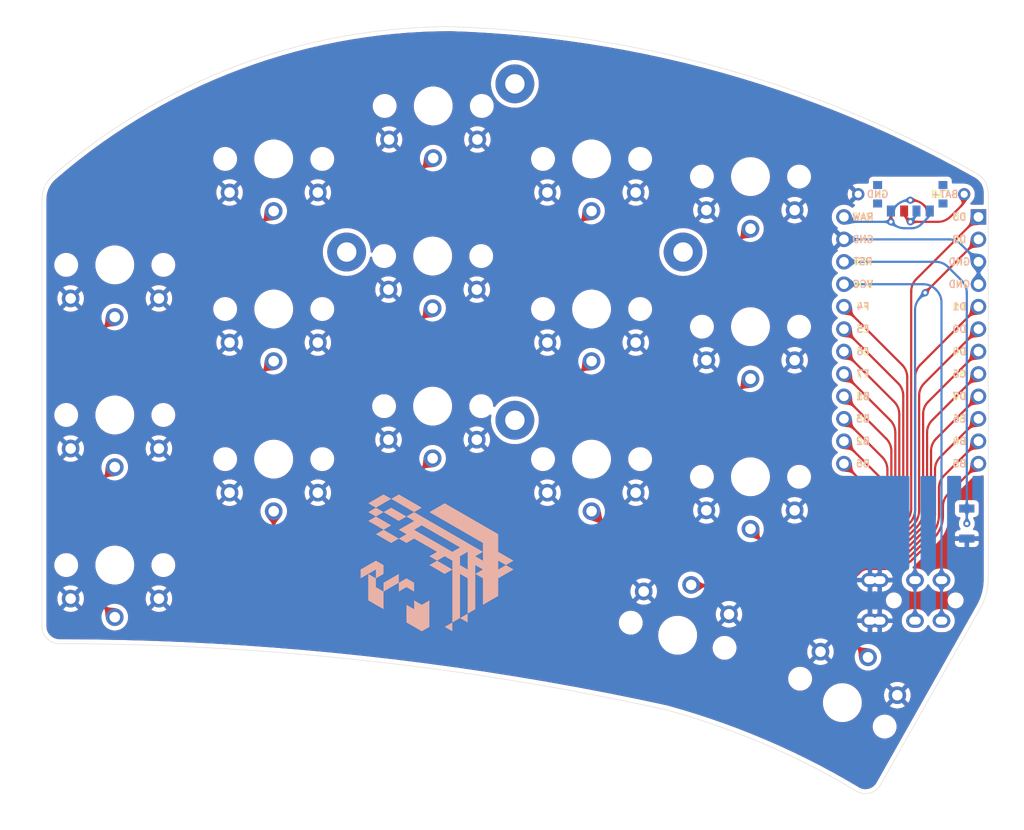
<source format=kicad_pcb>
(kicad_pcb (version 20211014) (generator pcbnew)
  (title_block (title "Clean Sweep") (date "2022-03-21") (rev "1.0") (company "lilylabs"))
  (layers (0 "F.Cu" signal) (31 "B.Cu" signal) (36 "B.SilkS" user "B.Silkscreen") (37 "F.SilkS" user "F.Silkscreen") (38 "B.Mask" user) (39 "F.Mask" user) (44 "Edge.Cuts" user))
  (net 0 "")
  (net 1 "bat+")
  (net 2 "gnd")
  (net 3 "sw18")
  (net 4 "vcc")
  (net 5 "unconnected-(PWRSW1-Pad1)")
  (net 6 "raw")
  (net 7 "rst")
  (net 8 "sw1")
  (net 9 "sw2")
  (net 10 "sw3")
  (net 11 "sw4")
  (net 12 "sw5")
  (net 13 "sw6")
  (net 14 "sw7")
  (net 15 "sw8")
  (net 16 "sw9")
  (net 17 "sw10")
  (net 18 "sw11")
  (net 19 "sw12")
  (net 20 "sw13")
  (net 21 "sw14")
  (net 22 "sw15")
  (net 23 "sw16")
  (net 24 "sw17")
  (footprint "clean-sweep:Kailh-PG1350-1u-reversible" (layer "F.Cu") (at 47 51)
    (fp_text reference "SW7" hide)
    (fp_text value "SW_Push" hide)
  )
  (footprint "clean-sweep:Kailh-PG1350-1u-reversible" (layer "F.Cu") (at 29 46)
    (fp_text reference "SW1" hide)
    (fp_text value "SW_Push" hide)
  )
  (footprint "clean-sweep:Kailh-PG1350-1u-reversible" (layer "F.Cu") (at 65.0675 28)
    (fp_text reference "SW3" hide)
    (fp_text value "SW_Push" hide)
  )
  (footprint "clean-sweep:TentingPuck" (layer "F.Cu") (at 74.314897 44.545229)
    (fp_text reference "TP1" hide)
    (fp_text value "Tenting Puck" hide)
  )
  (footprint "clean-sweep:Kailh-PG1350-1u-reversible" (layer "F.Cu") (at 83 51)
    (fp_text reference "SW9" hide)
    (fp_text value "SW_Push" hide)
  )
  (footprint "clean-sweep:Kailh-PG1350-1u-reversible" (layer "F.Cu") (at 92.750745 87.947188 165)
    (fp_text reference "SW16" hide)
    (fp_text value "SW_Push" hide)
  )
  (footprint "clean-sweep:Kailh-PG1350-1u-reversible" (layer "F.Cu") (at 47 68)
    (fp_text reference "SW12" hide)
    (fp_text value "SW_Push" hide)
  )
  (footprint "clean-sweep:Kailh-PG1350-1u-reversible" (layer "F.Cu") (at 83 34)
    (fp_text reference "SW4" hide)
    (fp_text value "SW_Push" hide)
  )
  (footprint "clean-sweep:Kailh-PG1350-1u-reversible" (layer "F.Cu") (at 29 80)
    (fp_text reference "SW11" hide)
    (fp_text value "SW_Push" hide)
  )
  (footprint "clean-sweep:Kailh-PG1350-1u-reversible" (layer "F.Cu") (at 111.405871 95.580387 150.5)
    (fp_text reference "SW17" hide)
    (fp_text value "SW_Push" hide)
  )
  (footprint "clean-sweep:Kailh-PG1350-1u-reversible" (layer "F.Cu") (at 29 63)
    (fp_text reference "SW6" hide)
    (fp_text value "SW_Push" hide)
  )
  (footprint "clean-sweep:SW_SPST_B3U-1000P-reversible" (layer "F.Cu") (at 125.5 75.3 90)
    (fp_text reference "RSW1" hide)
    (fp_text value "SW_Push" hide)
  )
  (footprint "clean-sweep:Kailh-PG1350-1u-reversible" (layer "F.Cu") (at 65 62)
    (fp_text reference "SW13" hide)
    (fp_text value "SW_Push" hide)
  )
  (footprint "clean-sweep:Kailh-PG1350-1u-reversible" (layer "F.Cu") (at 83 68)
    (fp_text reference "SW14" hide)
    (fp_text value "SW_Push" hide)
  )
  (footprint "clean-sweep:Kailh-PG1350-1u-reversible" (layer "F.Cu") (at 65 45)
    (fp_text reference "SW8" hide)
    (fp_text value "SW_Push" hide)
  )
  (footprint "clean-sweep:Kailh-PG1350-1u-reversible" (layer "F.Cu") (at 101 36)
    (fp_text reference "SW5" hide)
    (fp_text value "SW_Push" hide)
  )
  (footprint "clean-sweep:Kailh-PG1350-1u-reversible" (layer "F.Cu") (at 101 53)
    (fp_text reference "SW10" hide)
    (fp_text value "SW_Push" hide)
  )
  (footprint "clean-sweep:Bee-flipped" (layer "F.Cu") (at 65.5 80.5)
    (fp_text reference "Bee" hide)
    (fp_text value "G*****" hide)
  )
  (footprint "clean-sweep:Kailh-PG1350-1u-reversible" (layer "F.Cu") (at 47 34)
    (fp_text reference "SW2" hide)
    (fp_text value "SW_Push" hide)
  )
  (footprint "clean-sweep:TRRS-PJ-320A-reversible" (layer "F.Cu") (at 125.8325 84 -90)
    (fp_text reference "J1" hide)
    (fp_text value "TRRS" hide)
  )
  (footprint "clean-sweep:Kailh-PG1350-1u-reversible" (layer "F.Cu") (at 101 70)
    (fp_text reference "SW15" hide)
    (fp_text value "SW_Push" hide)
  )
  (footprint "clean-sweep:ProMicro" (layer "B.Cu") (at 119.2 52 180)
    (fp_text reference "U1" hide)
    (fp_text value "ProMicro" hide)
  )
  (footprint "clean-sweep:SW_SPDT_MSK-12C02-reversible" (layer "B.Cu") (at 119.1 38 180)
    (fp_text reference "PWRSW1" hide)
    (fp_text value "SW_SPDT" hide)
  )
  (footprint "clean-sweep:VIA-1.4mm" (layer "B.Cu") (at 119.181839 50.610244 180)
    (fp_text reference "BATGND1" hide)
    (fp_text value "MountingHole_Pad" hide)
  )
  (footprint "clean-sweep:VIA-1.4mm" (layer "B.Cu") (at 119.181839 50.610244 180)
    (fp_text reference "BAT+1" hide)
    (fp_text value "MountingHole_Pad" hide)
  )
  (gr_arc (start 91.414546 96.382519) (mid 102.534917 100.25948) (end 113.022946 105.616226) (layer "Edge.Cuts") (width 0.05))
  (gr_arc (start 127.917412 81.376746) (mid 127.726539 83.152886) (end 127.064092 84.811883) (layer "Edge.Cuts") (width 0.05))
  (gr_arc (start 22.773412 88.901692) (mid 21.306273 88.292852) (end 20.749412 86.805206) (layer "Edge.Cuts") (width 0.05))
  (gr_arc (start 67.095801 19.026712) (mid 97.901446 23.752482) (end 126.691021 35.689022) (layer "Edge.Cuts") (width 0.05))
  (gr_line (start 127.917412 81.376746) (end 127.917412 37.898912) (layer "Edge.Cuts") (width 0.05))
  (gr_arc (start 22.773412 88.901692) (mid 57.293854 90.808128) (end 91.414546 96.382519) (layer "Edge.Cuts") (width 0.05))
  (gr_arc (start 20.749412 38.610478) (mid 21.107531 37.037534) (end 22.122412 35.783573) (layer "Edge.Cuts") (width 0.05))
  (gr_arc (start 22.122412 35.783573) (mid 43.098936 23.352028) (end 67.095801 19.026712) (layer "Edge.Cuts") (width 0.05))
  (gr_arc (start 126.691021 35.689022) (mid 127.611188 36.623611) (end 127.917412 37.898912) (layer "Edge.Cuts") (width 0.05))
  (gr_arc (start 115.675412 104.969838) (mid 114.479723 105.82872) (end 113.022946 105.616226) (layer "Edge.Cuts") (width 0.05))
  (gr_line (start 20.749412 86.805206) (end 20.749412 38.610478) (layer "Edge.Cuts") (width 0.05))
  (gr_line (start 115.675412 104.969838) (end 127.064092 84.811883) (layer "Edge.Cuts") (width 0.05))
  (gr_text "GND" (at 115.4 38) (layer "B.SilkS") (effects (font (size 0.8 0.8)) (justify mirror)))
  (gr_text "BAT+" (at 123 38) (layer "B.SilkS") (effects (font (size 0.8 0.8)) (justify mirror)))
  (gr_text "GND" (at 115.4 38) (layer "F.SilkS") (effects (font (size 0.8 0.8))))
  (gr_text "BAT+" (at 123 38) (layer "F.SilkS") (effects (font (size 0.8 0.8))))
  (segment (start 123.649113 40.538715) (end 124.848528 39.3393) (width 0.25) (layer "F.Cu") (net 1))
  (segment (start 125.2 38.490772) (end 125.2 38) (width 0.25) (layer "F.Cu") (net 1))
  (segment (start 119.1 41.124502) (end 122.234899 41.124502) (width 0.25) (layer "F.Cu") (net 1))
  (segment (start 118.751472 40.775974) (end 119.1 41.124502) (width 0.25) (layer "F.Cu") (net 1))
  (segment (start 118.4 39.9) (end 118.4 39.927446) (width 0.25) (layer "F.Cu") (net 1))
  (via (at 119.1 41.124502) (size 0.8) (drill 0.4) (layers "F.Cu" "B.Cu") (net 1))
  (arc (start 125.2 38.490772) (mid 125.108655 38.949992) (end 124.848528 39.3393) (width 0.25) (layer "F.Cu") (net 1))
  (arc (start 122.234899 41.124502) (mid 123.000266 40.972261) (end 123.649113 40.538715) (width 0.25) (layer "F.Cu") (net 1))
  (arc (start 118.751472 40.775974) (mid 118.491345 40.386666) (end 118.4 39.927446) (width 0.25) (layer "F.Cu") (net 1))
  (segment (start 119.8 39.9) (end 119.8 39.927446) (width 0.25) (layer "B.Cu") (net 1))
  (segment (start 119.448528 40.775974) (end 119.1 41.124502) (width 0.25) (layer "B.Cu") (net 1))
  (arc (start 119.8 39.927446) (mid 119.708655 40.386666) (end 119.448528 40.775974) (width 0.25) (layer "B.Cu") (net 1))
  (segment (start 111.58 43.11) (end 123.451573 43.11) (width 0.25) (layer "B.Cu") (net 2))
  (segment (start 126.82 48.19) (end 126.82 45.65) (width 0.25) (layer "B.Cu") (net 2))
  (segment (start 124.865787 43.695787) (end 126.82 45.65) (width 0.25) (layer "B.Cu") (net 2))
  (arc (start 123.451573 43.11) (mid 124.21694 43.262241) (end 124.865787 43.695787) (width 0.25) (layer "B.Cu") (net 2))
  (segment (start 126.82 43.11) (end 120.779678 49.150322) (width 0.25) (layer "F.Cu") (net 3))
  (segment (start 120.779678 49.150322) (end 120.779678 49.15227) (width 0.25) (layer "F.Cu") (net 3))
  (via (at 120.779678 49.15227) (size 0.8) (drill 0.4) (layers "F.Cu" "B.Cu") (net 3))
  (segment (start 119.6325 51.127875) (end 119.6325 81.7) (width 0.25) (layer "B.Cu") (net 3))
  (segment (start 120.779678 49.15227) (end 120.218286 49.713662) (width 0.25) (layer "B.Cu") (net 3))
  (segment (start 119.6325 86.3) (end 119.6325 81.7) (width 0.25) (layer "B.Cu") (net 3))
  (arc (start 120.218286 49.713662) (mid 119.784741 50.362508) (end 119.6325 51.127875) (width 0.25) (layer "B.Cu") (net 3))
  (segment (start 122.046713 48.84743) (end 121.975069 48.775786) (width 0.25) (layer "B.Cu") (net 4))
  (segment (start 120.560856 48.19) (end 111.58 48.19) (width 0.25) (layer "B.Cu") (net 4))
  (segment (start 122.6325 81.7) (end 122.6325 50.261644) (width 0.25) (layer "B.Cu") (net 4))
  (segment (start 122.6325 86.3) (end 122.6325 81.7) (width 0.25) (layer "B.Cu") (net 4))
  (arc (start 122.046713 48.84743) (mid 122.480259 49.496277) (end 122.6325 50.261644) (width 0.25) (layer "B.Cu") (net 4))
  (arc (start 121.975069 48.775786) (mid 121.326223 48.342241) (end 120.560856 48.19) (width 0.25) (layer "B.Cu") (net 4))
  (segment (start 120.661285 39.261285) (end 121.3 39.9) (width 0.25) (layer "F.Cu") (net 5))
  (segment (start 119.1 38.675498) (end 119.247071 38.675498) (width 0.25) (layer "F.Cu") (net 5))
  (via (at 119.1 38.675498) (size 0.8) (drill 0.4) (layers "F.Cu" "B.Cu") (net 5))
  (arc (start 120.661285 39.261285) (mid 120.012438 38.827739) (end 119.247071 38.675498) (width 0.25) (layer "F.Cu") (net 5))
  (segment (start 117.538715 39.261285) (end 116.9 39.9) (width 0.25) (layer "B.Cu") (net 5))
  (segment (start 119.1 38.675498) (end 118.952929 38.675498) (width 0.25) (layer "B.Cu") (net 5))
  (arc (start 117.538715 39.261285) (mid 118.187562 38.827739) (end 118.952929 38.675498) (width 0.25) (layer "B.Cu") (net 5))
  (segment (start 116.9 39.9) (end 116.9 41.124502) (width 0.25) (layer "F.Cu") (net 6))
  (via (at 116.9 41.124502) (size 0.8) (drill 0.4) (layers "F.Cu" "B.Cu") (net 6))
  (segment (start 117.038724 41.263226) (end 116.9 41.124502) (width 0.25) (layer "B.Cu") (net 6))
  (segment (start 121.3 39.9) (end 121.3 39.943328) (width 0.25) (layer "B.Cu") (net 6))
  (segment (start 116.9 41.124502) (end 112.631558 41.124502) (width 0.25) (layer "B.Cu") (net 6))
  (segment (start 111.78303 40.77303) (end 111.58 40.57) (width 0.25) (layer "B.Cu") (net 6))
  (segment (start 119.228629 41.849013) (end 118.452938 41.849013) (width 0.25) (layer "B.Cu") (net 6))
  (segment (start 120.948528 40.791856) (end 120.36 41.380384) (width 0.25) (layer "B.Cu") (net 6))
  (arc (start 120.948528 40.791856) (mid 121.208655 40.402548) (end 121.3 39.943328) (width 0.25) (layer "B.Cu") (net 6))
  (arc (start 118.452938 41.849013) (mid 117.687571 41.696772) (end 117.038724 41.263226) (width 0.25) (layer "B.Cu") (net 6))
  (arc (start 119.228629 41.849013) (mid 119.840922 41.72722) (end 120.36 41.380384) (width 0.25) (layer "B.Cu") (net 6))
  (arc (start 111.78303 40.77303) (mid 112.172338 41.033157) (end 112.631558 41.124502) (width 0.25) (layer "B.Cu") (net 6))
  (segment (start 125.5 73.6) (end 125.5 75.3) (width 0.25) (layer "F.Cu") (net 7))
  (via (at 125.5 75.3) (size 0.8) (drill 0.4) (layers "F.Cu" "B.Cu") (net 7))
  (segment (start 121.962164 45.65) (end 111.58 45.65) (width 0.25) (layer "B.Cu") (net 7))
  (segment (start 125.5 73.6) (end 125.5 75.3) (width 0.25) (layer "B.Cu") (net 7))
  (segment (start 125.5 73.6) (end 125.5 49.187836) (width 0.25) (layer "B.Cu") (net 7))
  (segment (start 124.914213 47.773622) (end 123.376377 46.235786) (width 0.25) (layer "B.Cu") (net 7))
  (arc (start 125.5 49.187836) (mid 125.347759 48.422469) (end 124.914213 47.773622) (width 0.25) (layer "B.Cu") (net 7))
  (arc (start 121.962164 45.65) (mid 122.727531 45.802241) (end 123.376377 46.235786) (width 0.25) (layer "B.Cu") (net 7))
  (segment (start 46.542363 79.417951) (end 43.871234 76.746822) (width 0.25) (layer "F.Cu") (net 8))
  (segment (start 112.690488 79.615467) (end 110.449266 81.856689) (width 0.25) (layer "F.Cu") (net 8))
  (segment (start 107.76226 82.969683) (end 99.522921 82.969683) (width 0.25) (layer "F.Cu") (net 8))
  (segment (start 120.56892 76.232083) (end 118.591423 78.20958) (width 0.25) (layer "F.Cu") (net 8))
  (segment (start 96.977336 81.915267) (end 95.534435 80.472366) (width 0.25) (layer "F.Cu") (net 8))
  (segment (start 42.315599 76.102457) (end 27.962408 76.102457) (width 0.25) (layer "F.Cu") (net 8))
  (segment (start 26.831037 75.633827) (end 26.25354 75.05633) (width 0.25) (layer "F.Cu") (net 8))
  (segment (start 25.784911 73.92496) (end 25.784911 55.943516) (width 0.25) (layer "F.Cu") (net 8))
  (segment (start 116.470103 79.088259) (end 113.96328 79.088259) (width 0.25) (layer "F.Cu") (net 8))
  (segment (start 94.544486 80.062316) (end 48.097998 80.062316) (width 0.25) (layer "F.Cu") (net 8))
  (segment (start 121.4476 67.090827) (end 121.4476 74.110762) (width 0.25) (layer "F.Cu") (net 8))
  (segment (start 26.370698 54.529302) (end 29 51.9) (width 0.25) (layer "F.Cu") (net 8))
  (segment (start 126.82 60.89) (end 122.033386 65.676614) (width 0.25) (layer "F.Cu") (net 8))
  (arc (start 25.784911 73.92496) (mid 25.906704 74.537253) (end 26.25354 75.05633) (width 0.25) (layer "F.Cu") (net 8))
  (arc (start 112.690488 79.615467) (mid 113.27445 79.225276) (end 113.96328 79.088259) (width 0.25) (layer "F.Cu") (net 8))
  (arc (start 26.370698 54.529302) (mid 25.937152 55.178149) (end 25.784911 55.943516) (width 0.25) (layer "F.Cu") (net 8))
  (arc (start 94.544486 80.062316) (mid 95.080242 80.168885) (end 95.534435 80.472366) (width 0.25) (layer "F.Cu") (net 8))
  (arc (start 110.449266 81.856689) (mid 109.216457 82.680426) (end 107.76226 82.969683) (width 0.25) (layer "F.Cu") (net 8))
  (arc (start 27.962408 76.102457) (mid 27.350114 75.980664) (end 26.831037 75.633827) (width 0.25) (layer "F.Cu") (net 8))
  (arc (start 46.542363 79.417951) (mid 47.256094 79.894851) (end 48.097998 80.062316) (width 0.25) (layer "F.Cu") (net 8))
  (arc (start 118.591423 78.20958) (mid 117.618153 78.859898) (end 116.470103 79.088259) (width 0.25) (layer "F.Cu") (net 8))
  (arc (start 121.4476 67.090827) (mid 121.599841 66.32546) (end 122.033386 65.676614) (width 0.25) (layer "F.Cu") (net 8))
  (arc (start 43.871234 76.746822) (mid 43.157503 76.269922) (end 42.315599 76.102457) (width 0.25) (layer "F.Cu") (net 8))
  (arc (start 120.56892 76.232083) (mid 121.219239 75.258813) (end 121.4476 74.110762) (width 0.25) (layer "F.Cu") (net 8))
  (arc (start 99.522921 82.969683) (mid 98.14526 82.695649) (end 96.977336 81.915267) (width 0.25) (layer "F.Cu") (net 8))
  (segment (start 116.263393 78.189219) (end 113.75657 78.189219) (width 0.25) (layer "F.Cu") (net 9))
  (segment (start 47.031917 78.636068) (end 44.253108 75.857259) (width 0.25) (layer "F.Cu") (net 9))
  (segment (start 112.200935 78.833584) (end 109.959712 81.074807) (width 0.25) (layer "F.Cu") (net 9))
  (segment (start 120.54856 62.909867) (end 120.54856 73.904052) (width 0.25) (layer "F.Cu") (net 9))
  (segment (start 119.787037 75.74253) (end 118.10187 77.427697) (width 0.25) (layer "F.Cu") (net 9))
  (segment (start 126.82 55.81) (end 121.134346 61.495654) (width 0.25) (layer "F.Cu") (net 9))
  (segment (start 107.555549 82.070643) (end 99.729631 82.070643) (width 0.25) (layer "F.Cu") (net 9))
  (segment (start 44.370266 42.529734) (end 47 39.9) (width 0.25) (layer "F.Cu") (net 9))
  (segment (start 43.784479 74.725888) (end 43.784479 43.943948) (width 0.25) (layer "F.Cu") (net 9))
  (segment (start 97.466889 81.133384) (end 96.023989 79.690484) (width 0.25) (layer "F.Cu") (net 9))
  (segment (start 94.751197 79.163276) (end 48.304709 79.163276) (width 0.25) (layer "F.Cu") (net 9))
  (arc (start 44.370266 42.529734) (mid 43.93672 43.178581) (end 43.784479 43.943948) (width 0.25) (layer "F.Cu") (net 9))
  (arc (start 47.031917 78.636068) (mid 47.615879 79.026259) (end 48.304709 79.163276) (width 0.25) (layer "F.Cu") (net 9))
  (arc (start 109.959712 81.074807) (mid 108.856673 81.811834) (end 107.555549 82.070643) (width 0.25) (layer "F.Cu") (net 9))
  (arc (start 112.200935 78.833584) (mid 112.914666 78.356684) (end 113.75657 78.189219) (width 0.25) (layer "F.Cu") (net 9))
  (arc (start 94.751197 79.163276) (mid 95.440027 79.300293) (end 96.023989 79.690484) (width 0.25) (layer "F.Cu") (net 9))
  (arc (start 120.54856 73.904052) (mid 120.350647 74.899029) (end 119.787037 75.74253) (width 0.25) (layer "F.Cu") (net 9))
  (arc (start 116.263393 78.189219) (mid 117.25837 77.991306) (end 118.10187 77.427697) (width 0.25) (layer "F.Cu") (net 9))
  (arc (start 120.54856 62.909867) (mid 120.700801 62.1445) (end 121.134346 61.495654) (width 0.25) (layer "F.Cu") (net 9))
  (arc (start 44.253108 75.857259) (mid 43.906272 75.338182) (end 43.784479 74.725888) (width 0.25) (layer "F.Cu") (net 9))
  (arc (start 97.466889 81.133384) (mid 98.505044 81.827057) (end 99.729631 82.070643) (width 0.25) (layer "F.Cu") (net 9))
  (segment (start 62.379142 36.520858) (end 65 33.9) (width 0.25) (layer "F.Cu") (net 10))
  (segment (start 95.061262 77.814716) (end 63.977468 77.814716) (width 0.25) (layer "F.Cu") (net 10))
  (segment (start 118.614213 75.0082) (end 117.36754 76.254873) (width 0.25) (layer "F.Cu") (net 10))
  (segment (start 98.201219 79.96056) (end 96.758318 78.517659) (width 0.25) (layer "F.Cu") (net 10))
  (segment (start 115.953327 76.840659) (end 113.446504 76.840659) (width 0.25) (layer "F.Cu") (net 10))
  (segment (start 61.793355 75.630603) (end 61.793355 37.935072) (width 0.25) (layer "F.Cu") (net 10))
  (segment (start 111.466605 77.66076) (end 109.225382 79.901982) (width 0.25) (layer "F.Cu") (net 10))
  (segment (start 107.245483 80.722083) (end 100.039697 80.722083) (width 0.25) (layer "F.Cu") (net 10))
  (segment (start 62.704676 77.287508) (end 62.320563 76.903395) (width 0.25) (layer "F.Cu") (net 10))
  (segment (start 126.82 40.57) (end 119.785786 47.604214) (width 0.25) (layer "F.Cu") (net 10))
  (segment (start 119.2 49.018427) (end 119.2 73.593986) (width 0.25) (layer "F.Cu") (net 10))
  (arc (start 95.061262 77.814716) (mid 95.979702 77.997405) (end 96.758318 78.517659) (width 0.25) (layer "F.Cu") (net 10))
  (arc (start 113.446504 76.840659) (mid 112.37499 77.053796) (end 111.466605 77.66076) (width 0.25) (layer "F.Cu") (net 10))
  (arc (start 119.2 49.018427) (mid 119.352241 48.25306) (end 119.785786 47.604214) (width 0.25) (layer "F.Cu") (net 10))
  (arc (start 98.201219 79.96056) (mid 99.04472 80.524169) (end 100.039697 80.722083) (width 0.25) (layer "F.Cu") (net 10))
  (arc (start 119.2 73.593986) (mid 119.047759 74.359353) (end 118.614213 75.0082) (width 0.25) (layer "F.Cu") (net 10))
  (arc (start 63.977468 77.814716) (mid 63.288638 77.677699) (end 62.704676 77.287508) (width 0.25) (layer "F.Cu") (net 10))
  (arc (start 62.379142 36.520858) (mid 61.945596 37.169705) (end 61.793355 37.935072) (width 0.25) (layer "F.Cu") (net 10))
  (arc (start 107.245483 80.722083) (mid 108.316997 80.508946) (end 109.225382 79.901982) (width 0.25) (layer "F.Cu") (net 10))
  (arc (start 115.953327 76.840659) (mid 116.718694 76.688418) (end 117.36754 76.254873) (width 0.25) (layer "F.Cu") (net 10))
  (arc (start 61.793355 75.630603) (mid 61.930372 76.319433) (end 62.320563 76.903395) (width 0.25) (layer "F.Cu") (net 10))
  (segment (start 106.935417 79.373523) (end 100.349763 79.373523) (width 0.25) (layer "F.Cu") (net 11))
  (segment (start 110.732275 76.487935) (end 108.491052 78.729158) (width 0.25) (layer "F.Cu") (net 11))
  (segment (start 111.58 55.81) (end 117.265654 61.495654) (width 0.25) (layer "F.Cu") (net 11))
  (segment (start 117.441389 74.27387) (end 116.63321 75.082049) (width 0.25) (layer "F.Cu") (net 11))
  (segment (start 115.643261 75.492099) (end 113.136438 75.492099) (width 0.25) (layer "F.Cu") (net 11))
  (segment (start 117.85144 62.909867) (end 117.85144 73.28392) (width 0.25) (layer "F.Cu") (net 11))
  (segment (start 80.350275 42.549725) (end 83 39.9) (width 0.25) (layer "F.Cu") (net 11))
  (segment (start 98.935549 78.787736) (end 97.492648 77.344835) (width 0.25) (layer "F.Cu") (net 11))
  (segment (start 79.764488 73.658211) (end 79.764488 43.963939) (width 0.25) (layer "F.Cu") (net 11))
  (segment (start 95.371328 76.466156) (end 82.572433 76.466156) (width 0.25) (layer "F.Cu") (net 11))
  (segment (start 81.441062 75.997527) (end 80.233117 74.789582) (width 0.25) (layer "F.Cu") (net 11))
  (arc (start 110.732275 76.487935) (mid 111.835314 75.750908) (end 113.136438 75.492099) (width 0.25) (layer "F.Cu") (net 11))
  (arc (start 117.85144 73.28392) (mid 117.744871 73.819677) (end 117.441389 74.27387) (width 0.25) (layer "F.Cu") (net 11))
  (arc (start 98.935549 78.787736) (mid 99.584396 79.221282) (end 100.349763 79.373523) (width 0.25) (layer "F.Cu") (net 11))
  (arc (start 116.63321 75.082049) (mid 116.179017 75.38553) (end 115.643261 75.492099) (width 0.25) (layer "F.Cu") (net 11))
  (arc (start 106.935417 79.373523) (mid 107.777321 79.206058) (end 108.491052 78.729158) (width 0.25) (layer "F.Cu") (net 11))
  (arc (start 79.764488 73.658211) (mid 79.886281 74.270504) (end 80.233117 74.789582) (width 0.25) (layer "F.Cu") (net 11))
  (arc (start 117.85144 62.909867) (mid 117.699199 62.1445) (end 117.265654 61.495654) (width 0.25) (layer "F.Cu") (net 11))
  (arc (start 97.492648 77.344835) (mid 96.519378 76.694517) (end 95.371328 76.466156) (width 0.25) (layer "F.Cu") (net 11))
  (arc (start 80.350275 42.549725) (mid 79.916729 43.198572) (end 79.764488 43.963939) (width 0.25) (layer "F.Cu") (net 11))
  (arc (start 82.572433 76.466156) (mid 81.96014 76.344363) (end 81.441062 75.997527) (width 0.25) (layer "F.Cu") (net 11))
  (segment (start 97.783184 74.816947) (end 97.783184 45.945243) (width 0.25) (layer "F.Cu") (net 12))
  (segment (start 98.368971 44.531029) (end 101 41.9) (width 0.25) (layer "F.Cu") (net 12))
  (segment (start 116.50288 69.181307) (end 116.50288 72.973854) (width 0.25) (layer "F.Cu") (net 12))
  (segment (start 115.333195 74.143539) (end 112.826372 74.143539) (width 0.25) (layer "F.Cu") (net 12))
  (segment (start 106.625351 78.024963) (end 100.659829 78.024963) (width 0.25) (layer "F.Cu") (net 12))
  (segment (start 109.997945 75.315111) (end 107.756722 77.556334) (width 0.25) (layer "F.Cu") (net 12))
  (segment (start 111.58 63.43) (end 115.917094 67.767094) (width 0.25) (layer "F.Cu") (net 12))
  (segment (start 116.268565 73.53954) (end 115.89888 73.909225) (width 0.25) (layer "F.Cu") (net 12))
  (segment (start 99.669879 77.614912) (end 98.427549 76.372582) (width 0.25) (layer "F.Cu") (net 12))
  (arc (start 97.783184 74.816947) (mid 97.950649 75.658851) (end 98.427549 76.372582) (width 0.25) (layer "F.Cu") (net 12))
  (arc (start 112.826372 74.143539) (mid 111.295639 74.448021) (end 109.997945 75.315111) (width 0.25) (layer "F.Cu") (net 12))
  (arc (start 97.783184 45.945243) (mid 97.935425 45.179876) (end 98.368971 44.531029) (width 0.25) (layer "F.Cu") (net 12))
  (arc (start 106.625351 78.024963) (mid 107.237644 77.90317) (end 107.756722 77.556334) (width 0.25) (layer "F.Cu") (net 12))
  (arc (start 115.333195 74.143539) (mid 115.639341 74.082643) (end 115.89888 73.909225) (width 0.25) (layer "F.Cu") (net 12))
  (arc (start 116.50288 69.181307) (mid 116.350639 68.41594) (end 115.917094 67.767094) (width 0.25) (layer "F.Cu") (net 12))
  (arc (start 100.659829 78.024963) (mid 100.124072 77.918394) (end 99.669879 77.614912) (width 0.25) (layer "F.Cu") (net 12))
  (arc (start 116.268565 73.53954) (mid 116.441984 73.280001) (end 116.50288 72.973854) (width 0.25) (layer "F.Cu") (net 12))
  (segment (start 126.82 58.35) (end 121.583866 63.586134) (width 0.25) (layer "F.Cu") (net 13))
  (segment (start 26.820218 71.079782) (end 29 68.9) (width 0.25) (layer "F.Cu") (net 13))
  (segment (start 120.99808 65.000347) (end 120.99808 74.007407) (width 0.25) (layer "F.Cu") (net 13))
  (segment (start 94.647841 79.612796) (end 48.201352 79.612796) (width 0.25) (layer "F.Cu") (net 13))
  (segment (start 120.177979 75.987306) (end 118.346647 77.818638) (width 0.25) (layer "F.Cu") (net 13))
  (segment (start 42.418953 75.652937) (end 28.065763 75.652937) (width 0.25) (layer "F.Cu") (net 13))
  (segment (start 27.075813 75.242886) (end 26.644481 74.811554) (width 0.25) (layer "F.Cu") (net 13))
  (segment (start 26.234431 73.821605) (end 26.234431 72.493996) (width 0.25) (layer "F.Cu") (net 13))
  (segment (start 46.787138 79.027009) (end 44.116009 76.35588) (width 0.25) (layer "F.Cu") (net 13))
  (segment (start 107.658904 82.520163) (end 99.626276 82.520163) (width 0.25) (layer "F.Cu") (net 13))
  (segment (start 97.222113 81.524326) (end 95.779212 80.081425) (width 0.25) (layer "F.Cu") (net 13))
  (segment (start 112.445712 79.224525) (end 110.204488 81.465748) (width 0.25) (layer "F.Cu") (net 13))
  (segment (start 116.366748 78.638739) (end 113.859925 78.638739) (width 0.25) (layer "F.Cu") (net 13))
  (arc (start 26.234431 72.493996) (mid 26.386672 71.728629) (end 26.820218 71.079782) (width 0.25) (layer "F.Cu") (net 13))
  (arc (start 46.787138 79.027009) (mid 47.435985 79.460555) (end 48.201352 79.612796) (width 0.25) (layer "F.Cu") (net 13))
  (arc (start 44.116009 76.35588) (mid 43.337393 75.835626) (end 42.418953 75.652937) (width 0.25) (layer "F.Cu") (net 13))
  (arc (start 118.346647 77.818638) (mid 117.438262 78.425602) (end 116.366748 78.638739) (width 0.25) (layer "F.Cu") (net 13))
  (arc (start 99.626276 82.520163) (mid 98.325152 82.261353) (end 97.222113 81.524326) (width 0.25) (layer "F.Cu") (net 13))
  (arc (start 112.445712 79.224525) (mid 113.094558 78.79098) (end 113.859925 78.638739) (width 0.25) (layer "F.Cu") (net 13))
  (arc (start 120.99808 74.007407) (mid 120.784943 75.078921) (end 120.177979 75.987306) (width 0.25) (layer "F.Cu") (net 13))
  (arc (start 26.644481 74.811554) (mid 26.341 74.357361) (end 26.234431 73.821605) (width 0.25) (layer "F.Cu") (net 13))
  (arc (start 107.658904 82.520163) (mid 109.036564 82.246129) (end 110.204488 81.465748) (width 0.25) (layer "F.Cu") (net 13))
  (arc (start 27.075813 75.242886) (mid 27.530006 75.546368) (end 28.065763 75.652937) (width 0.25) (layer "F.Cu") (net 13))
  (arc (start 95.779212 80.081425) (mid 95.260135 79.734589) (end 94.647841 79.612796) (width 0.25) (layer "F.Cu") (net 13))
  (arc (start 120.99808 65.000347) (mid 121.150321 64.23498) (end 121.583866 63.586134) (width 0.25) (layer "F.Cu") (net 13))
  (segment (start 119.396096 75.497753) (end 117.857093 77.036756) (width 0.25) (layer "F.Cu") (net 14))
  (segment (start 44.819786 59.080214) (end 47 56.9) (width 0.25) (layer "F.Cu") (net 14))
  (segment (start 97.711666 80.742443) (end 96.268765 79.299542) (width 0.25) (layer "F.Cu") (net 14))
  (segment (start 94.854552 78.713756) (end 48.408065 78.713756) (width 0.25) (layer "F.Cu") (net 14))
  (segment (start 44.233999 74.622533) (end 44.233999 60.494428) (width 0.25) (layer "F.Cu") (net 14))
  (segment (start 111.956158 78.442643) (end 109.714936 80.683865) (width 0.25) (layer "F.Cu") (net 14))
  (segment (start 126.82 53.27) (end 120.684826 59.405174) (width 0.25) (layer "F.Cu") (net 14))
  (segment (start 107.452195 81.621123) (end 99.832987 81.621123) (width 0.25) (layer "F.Cu") (net 14))
  (segment (start 47.276694 78.245127) (end 44.644049 75.612482) (width 0.25) (layer "F.Cu") (net 14))
  (segment (start 120.09904 60.819387) (end 120.09904 73.800696) (width 0.25) (layer "F.Cu") (net 14))
  (segment (start 116.160037 77.739699) (end 113.653215 77.739699) (width 0.25) (layer "F.Cu") (net 14))
  (arc (start 94.854552 78.713756) (mid 95.619919 78.865997) (end 96.268765 79.299542) (width 0.25) (layer "F.Cu") (net 14))
  (arc (start 99.832987 81.621123) (mid 98.684936 81.392761) (end 97.711666 80.742443) (width 0.25) (layer "F.Cu") (net 14))
  (arc (start 116.160037 77.739699) (mid 117.078477 77.55701) (end 117.857093 77.036756) (width 0.25) (layer "F.Cu") (net 14))
  (arc (start 44.233999 74.622533) (mid 44.340568 75.158289) (end 44.644049 75.612482) (width 0.25) (layer "F.Cu") (net 14))
  (arc (start 120.684826 59.405174) (mid 120.251281 60.05402) (end 120.09904 60.819387) (width 0.25) (layer "F.Cu") (net 14))
  (arc (start 120.09904 73.800696) (mid 119.916351 74.719137) (end 119.396096 75.497753) (width 0.25) (layer "F.Cu") (net 14))
  (arc (start 107.452195 81.621123) (mid 108.676782 81.377538) (end 109.714936 80.683865) (width 0.25) (layer "F.Cu") (net 14))
  (arc (start 113.653215 77.739699) (mid 112.734774 77.922388) (end 111.956158 78.442643) (width 0.25) (layer "F.Cu") (net 14))
  (arc (start 44.233999 60.494428) (mid 44.38624 59.729061) (end 44.819786 59.080214) (width 0.25) (layer "F.Cu") (net 14))
  (arc (start 48.408065 78.713756) (mid 47.795772 78.591963) (end 47.276694 78.245127) (width 0.25) (layer "F.Cu") (net 14))
  (segment (start 118.223272 74.763423) (end 117.122764 75.863931) (width 0.25) (layer "F.Cu") (net 15))
  (segment (start 111.58 50.73) (end 118.164694 57.314694) (width 0.25) (layer "F.Cu") (net 15))
  (segment (start 111.221828 77.269819) (end 108.980606 79.511041) (width 0.25) (layer "F.Cu") (net 15))
  (segment (start 115.849972 76.391139) (end 113.343149 76.391139) (width 0.25) (layer "F.Cu") (net 15))
  (segment (start 118.75048 58.728907) (end 118.75048 73.490631) (width 0.25) (layer "F.Cu") (net 15))
  (segment (start 98.445996 79.569619) (end 97.003095 78.126718) (width 0.25) (layer "F.Cu") (net 15))
  (segment (start 62.828662 53.071338) (end 65 50.9) (width 0.25) (layer "F.Cu") (net 15))
  (segment (start 62.949453 76.896567) (end 62.711505 76.658619) (width 0.25) (layer "F.Cu") (net 15))
  (segment (start 107.142129 80.272563) (end 100.143053 80.272563) (width 0.25) (layer "F.Cu") (net 15))
  (segment (start 95.164618 77.365196) (end 64.080823 77.365196) (width 0.25) (layer "F.Cu") (net 15))
  (segment (start 62.242875 75.527248) (end 62.242875 54.485552) (width 0.25) (layer "F.Cu") (net 15))
  (arc (start 62.828662 53.071338) (mid 62.395116 53.720185) (end 62.242875 54.485552) (width 0.25) (layer "F.Cu") (net 15))
  (arc (start 113.343149 76.391139) (mid 112.195098 76.619501) (end 111.221828 77.269819) (width 0.25) (layer "F.Cu") (net 15))
  (arc (start 62.949453 76.896567) (mid 63.46853 77.243403) (end 64.080823 77.365196) (width 0.25) (layer "F.Cu") (net 15))
  (arc (start 115.849972 76.391139) (mid 116.538802 76.254122) (end 117.122764 75.863931) (width 0.25) (layer "F.Cu") (net 15))
  (arc (start 100.143053 80.272563) (mid 99.224612 80.089874) (end 98.445996 79.569619) (width 0.25) (layer "F.Cu") (net 15))
  (arc (start 95.164618 77.365196) (mid 96.159595 77.563109) (end 97.003095 78.126718) (width 0.25) (layer "F.Cu") (net 15))
  (arc (start 107.142129 80.272563) (mid 108.137106 80.07465) (end 108.980606 79.511041) (width 0.25) (layer "F.Cu") (net 15))
  (arc (start 118.75048 73.490631) (mid 118.613463 74.179461) (end 118.223272 74.763423) (width 0.25) (layer "F.Cu") (net 15))
  (arc (start 62.711505 76.658619) (mid 62.364668 76.139542) (end 62.242875 75.527248) (width 0.25) (layer "F.Cu") (net 15))
  (arc (start 118.164694 57.314694) (mid 118.598239 57.96354) (end 118.75048 58.728907) (width 0.25) (layer "F.Cu") (net 15))
  (segment (start 81.685838 75.606585) (end 80.624058 74.544805) (width 0.25) (layer "F.Cu") (net 16))
  (segment (start 99.180326 78.396795) (end 97.737425 76.953894) (width 0.25) (layer "F.Cu") (net 16))
  (segment (start 115.539906 75.042579) (end 113.033083 75.042579) (width 0.25) (layer "F.Cu") (net 16))
  (segment (start 117.40192 65.000347) (end 117.40192 73.180565) (width 0.25) (layer "F.Cu") (net 16))
  (segment (start 117.050448 74.029093) (end 116.388434 74.691107) (width 0.25) (layer "F.Cu") (net 16))
  (segment (start 80.799795 59.100205) (end 83 56.9) (width 0.25) (layer "F.Cu") (net 16))
  (segment (start 106.832063 78.924003) (end 100.453118 78.924003) (width 0.25) (layer "F.Cu") (net 16))
  (segment (start 95.474684 76.016636) (end 82.675788 76.016636) (width 0.25) (layer "F.Cu") (net 16))
  (segment (start 111.58 58.35) (end 116.816134 63.586134) (width 0.25) (layer "F.Cu") (net 16))
  (segment (start 80.214008 73.554856) (end 80.214008 60.514419) (width 0.25) (layer "F.Cu") (net 16))
  (segment (start 110.487498 76.096995) (end 108.246276 78.338217) (width 0.25) (layer "F.Cu") (net 16))
  (arc (start 117.40192 65.000347) (mid 117.249679 64.23498) (end 116.816134 63.586134) (width 0.25) (layer "F.Cu") (net 16))
  (arc (start 97.737425 76.953894) (mid 96.699271 76.260222) (end 95.474684 76.016636) (width 0.25) (layer "F.Cu") (net 16))
  (arc (start 80.624058 74.544805) (mid 80.320577 74.090612) (end 80.214008 73.554856) (width 0.25) (layer "F.Cu") (net 16))
  (arc (start 113.033083 75.042579) (mid 111.655422 75.316613) (end 110.487498 76.096995) (width 0.25) (layer "F.Cu") (net 16))
  (arc (start 99.180326 78.396795) (mid 99.764288 78.786986) (end 100.453118 78.924003) (width 0.25) (layer "F.Cu") (net 16))
  (arc (start 106.832063 78.924003) (mid 107.59743 78.771762) (end 108.246276 78.338217) (width 0.25) (layer "F.Cu") (net 16))
  (arc (start 115.539906 75.042579) (mid 115.999126 74.951234) (end 116.388434 74.691107) (width 0.25) (layer "F.Cu") (net 16))
  (arc (start 117.40192 73.180565) (mid 117.310575 73.639785) (end 117.050448 74.029093) (width 0.25) (layer "F.Cu") (net 16))
  (arc (start 80.799795 59.100205) (mid 80.366249 59.749052) (end 80.214008 60.514419) (width 0.25) (layer "F.Cu") (net 16))
  (arc (start 81.685838 75.606585) (mid 82.140031 75.910067) (end 82.675788 76.016636) (width 0.25) (layer "F.Cu") (net 16))
  (segment (start 116.05336 71.271787) (end 116.05336 72.870499) (width 0.25) (layer "F.Cu") (net 17))
  (segment (start 98.818491 61.081509) (end 101 58.9) (width 0.25) (layer "F.Cu") (net 17))
  (segment (start 106.521997 77.575443) (end 100.763184 77.575443) (width 0.25) (layer "F.Cu") (net 17))
  (segment (start 115.22984 73.694019) (end 112.723017 73.694019) (width 0.25) (layer "F.Cu") (net 17))
  (segment (start 111.58 65.97) (end 115.467574 69.857574) (width 0.25) (layer "F.Cu") (net 17))
  (segment (start 99.914656 77.223971) (end 98.81849 76.127805) (width 0.25) (layer "F.Cu") (net 17))
  (segment (start 98.232704 74.713592) (end 98.232704 62.495723) (width 0.25) (layer "F.Cu") (net 17))
  (segment (start 109.753168 74.924171) (end 107.511946 77.165393) (width 0.25) (layer "F.Cu") (net 17))
  (segment (start 115.877624 73.294763) (end 115.654104 73.518283) (width 0.25) (layer "F.Cu") (net 17))
  (arc (start 109.753168 74.924171) (mid 111.115746 74.013725) (end 112.723017 73.694019) (width 0.25) (layer "F.Cu") (net 17))
  (arc (start 115.877624 73.294763) (mid 116.007688 73.100109) (end 116.05336 72.870499) (width 0.25) (layer "F.Cu") (net 17))
  (arc (start 115.467574 69.857574) (mid 115.901119 70.50642) (end 116.05336 71.271787) (width 0.25) (layer "F.Cu") (net 17))
  (arc (start 98.232704 62.495723) (mid 98.384945 61.730356) (end 98.818491 61.081509) (width 0.25) (layer "F.Cu") (net 17))
  (arc (start 98.232704 74.713592) (mid 98.384945 75.478959) (end 98.81849 76.127805) (width 0.25) (layer "F.Cu") (net 17))
  (arc (start 100.763184 77.575443) (mid 100.303964 77.484098) (end 99.914656 77.223971) (width 0.25) (layer "F.Cu") (net 17))
  (arc (start 106.521997 77.575443) (mid 107.057753 77.468874) (end 107.511946 77.165393) (width 0.25) (layer "F.Cu") (net 17))
  (arc (start 115.654104 73.518283) (mid 115.45945 73.648347) (end 115.22984 73.694019) (width 0.25) (layer "F.Cu") (net 17))
  (segment (start 26.829986 77.020606) (end 26.254593 77.595999) (width 0.25) (layer "F.Cu") (net 18))
  (segment (start 116.573459 79.537779) (end 114.066636 79.537779) (width 0.25) (layer "F.Cu") (net 18))
  (segment (start 121.897119 69.181308) (end 121.897119 74.214119) (width 0.25) (layer "F.Cu") (net 18))
  (segment (start 25.785964 78.72737) (end 25.785964 81.857537) (width 0.25) (layer "F.Cu") (net 18))
  (segment (start 26.371751 83.271751) (end 29 85.9) (width 0.25) (layer "F.Cu") (net 18))
  (segment (start 94.441131 80.511836) (end 47.994644 80.511836) (width 0.25) (layer "F.Cu") (net 18))
  (segment (start 126.82 63.43) (end 122.482905 67.767095) (width 0.25) (layer "F.Cu") (net 18))
  (segment (start 42.212245 76.551977) (end 27.961357 76.551977) (width 0.25) (layer "F.Cu") (net 18))
  (segment (start 120.95986 76.476861) (end 118.8362 78.600521) (width 0.25) (layer "F.Cu") (net 18))
  (segment (start 96.73256 82.306209) (end 95.289659 80.863308) (width 0.25) (layer "F.Cu") (net 18))
  (segment (start 46.297587 79.808892) (end 43.626458 77.137763) (width 0.25) (layer "F.Cu") (net 18))
  (segment (start 107.865615 83.419203) (end 99.419566 83.419203) (width 0.25) (layer "F.Cu") (net 18))
  (segment (start 112.935265 80.006408) (end 110.694042 82.247631) (width 0.25) (layer "F.Cu") (net 18))
  (arc (start 25.785964 81.857537) (mid 25.938205 82.622904) (end 26.371751 83.271751) (width 0.25) (layer "F.Cu") (net 18))
  (arc (start 26.254593 77.595999) (mid 25.907757 78.115076) (end 25.785964 78.72737) (width 0.25) (layer "F.Cu") (net 18))
  (arc (start 122.482905 67.767095) (mid 122.04936 68.415941) (end 121.897119 69.181308) (width 0.25) (layer "F.Cu") (net 18))
  (arc (start 94.441131 80.511836) (mid 94.900351 80.603181) (end 95.289659 80.863308) (width 0.25) (layer "F.Cu") (net 18))
  (arc (start 121.897119 74.214119) (mid 121.653533 75.438706) (end 120.95986 76.476861) (width 0.25) (layer "F.Cu") (net 18))
  (arc (start 112.935265 80.006408) (mid 113.454342 79.659572) (end 114.066636 79.537779) (width 0.25) (layer "F.Cu") (net 18))
  (arc (start 46.297587 79.808892) (mid 47.076203 80.329147) (end 47.994644 80.511836) (width 0.25) (layer "F.Cu") (net 18))
  (arc (start 43.626458 77.137763) (mid 42.977612 76.704218) (end 42.212245 76.551977) (width 0.25) (layer "F.Cu") (net 18))
  (arc (start 99.419566 83.419203) (mid 97.965369 83.129945) (end 96.73256 82.306209) (width 0.25) (layer "F.Cu") (net 18))
  (arc (start 107.865615 83.419203) (mid 109.396348 83.114721) (end 110.694042 82.247631) (width 0.25) (layer "F.Cu") (net 18))
  (arc (start 116.573459 79.537779) (mid 117.798046 79.294194) (end 118.8362 78.600521) (width 0.25) (layer "F.Cu") (net 18))
  (arc (start 26.829986 77.020606) (mid 27.349063 76.67377) (end 27.961357 76.551977) (width 0.25) (layer "F.Cu") (net 18))
  (segment (start 126.82 50.73) (end 120.235306 57.314694) (width 0.25) (layer "F.Cu") (net 19))
  (segment (start 111.711382 78.051701) (end 109.470158 80.292924) (width 0.25) (layer "F.Cu") (net 19))
  (segment (start 116.056682 77.290179) (end 113.549859 77.290179) (width 0.25) (layer "F.Cu") (net 19))
  (segment (start 107.348838 81.171603) (end 99.936342 81.171603) (width 0.25) (layer "F.Cu") (net 19))
  (segment (start 47.52147 77.854185) (end 47.41005 77.742765) (width 0.25) (layer "F.Cu") (net 19))
  (segment (start 47 76.752816) (end 47 73.9) (width 0.25) (layer "F.Cu") (net 19))
  (segment (start 97.956443 80.351502) (end 96.513542 78.908601) (width 0.25) (layer "F.Cu") (net 19))
  (segment (start 119.64952 58.728907) (end 119.64952 73.697341) (width 0.25) (layer "F.Cu") (net 19))
  (segment (start 119.005155 75.252976) (end 117.612317 76.645814) (width 0.25) (layer "F.Cu") (net 19))
  (segment (start 94.957907 78.264236) (end 48.51142 78.264236) (width 0.25) (layer "F.Cu") (net 19))
  (arc (start 109.470158 80.292924) (mid 108.496888 80.943242) (end 107.348838 81.171603) (width 0.25) (layer "F.Cu") (net 19))
  (arc (start 96.513542 78.908601) (mid 95.799811 78.431701) (end 94.957907 78.264236) (width 0.25) (layer "F.Cu") (net 19))
  (arc (start 99.936342 81.171603) (mid 98.864828 80.958466) (end 97.956443 80.351502) (width 0.25) (layer "F.Cu") (net 19))
  (arc (start 119.64952 73.697341) (mid 119.482055 74.539245) (end 119.005155 75.252976) (width 0.25) (layer "F.Cu") (net 19))
  (arc (start 116.056682 77.290179) (mid 116.898586 77.122714) (end 117.612317 76.645814) (width 0.25) (layer "F.Cu") (net 19))
  (arc (start 47.41005 77.742765) (mid 47.106569 77.288572) (end 47 76.752816) (width 0.25) (layer "F.Cu") (net 19))
  (arc (start 111.711382 78.051701) (mid 112.554882 77.488092) (end 113.549859 77.290179) (width 0.25) (layer "F.Cu") (net 19))
  (arc (start 47.52147 77.854185) (mid 47.975663 78.157667) (end 48.51142 78.264236) (width 0.25) (layer "F.Cu") (net 19))
  (arc (start 120.235306 57.314694) (mid 119.801761 57.96354) (end 119.64952 58.728907) (width 0.25) (layer "F.Cu") (net 19))
  (segment (start 117.832331 74.518646) (end 116.877987 75.47299) (width 0.25) (layer "F.Cu") (net 20))
  (segment (start 98.690773 79.178678) (end 97.247872 77.735777) (width 0.25) (layer "F.Cu") (net 20))
  (segment (start 115.746616 75.941619) (end 113.239793 75.941619) (width 0.25) (layer "F.Cu") (net 20))
  (segment (start 111.58 53.27) (end 117.715174 59.405174) (width 0.25) (layer "F.Cu") (net 20))
  (segment (start 95.267973 76.915676) (end 64.184178 76.915676) (width 0.25) (layer "F.Cu") (net 20))
  (segment (start 118.30096 60.819387) (end 118.30096 73.387275) (width 0.25) (layer "F.Cu") (net 20))
  (segment (start 107.038772 79.823043) (end 100.246408 79.823043) (width 0.25) (layer "F.Cu") (net 20))
  (segment (start 62.692395 75.423893) (end 62.692395 71.036032) (width 0.25) (layer "F.Cu") (net 20))
  (segment (start 63.278182 69.621818) (end 65 67.9) (width 0.25) (layer "F.Cu") (net 20))
  (segment (start 63.194228 76.505625) (end 63.102445 76.413842) (width 0.25) (layer "F.Cu") (net 20))
  (segment (start 110.977052 76.878877) (end 108.735828 79.1201) (width 0.25) (layer "F.Cu") (net 20))
  (arc (start 63.102445 76.413842) (mid 62.798964 75.959649) (end 62.692395 75.423893) (width 0.25) (layer "F.Cu") (net 20))
  (arc (start 64.184178 76.915676) (mid 63.648421 76.809107) (end 63.194228 76.505625) (width 0.25) (layer "F.Cu") (net 20))
  (arc (start 107.038772 79.823043) (mid 107.957212 79.640354) (end 108.735828 79.1201) (width 0.25) (layer "F.Cu") (net 20))
  (arc (start 100.246408 79.823043) (mid 99.404504 79.655578) (end 98.690773 79.178678) (width 0.25) (layer "F.Cu") (net 20))
  (arc (start 63.278182 69.621818) (mid 62.844636 70.270665) (end 62.692395 71.036032) (width 0.25) (layer "F.Cu") (net 20))
  (arc (start 113.239793 75.941619) (mid 112.015206 76.185204) (end 110.977052 76.878877) (width 0.25) (layer "F.Cu") (net 20))
  (arc (start 118.30096 60.819387) (mid 118.148719 60.05402) (end 117.715174 59.405174) (width 0.25) (layer "F.Cu") (net 20))
  (arc (start 118.30096 73.387275) (mid 118.179167 73.999568) (end 117.832331 74.518646) (width 0.25) (layer "F.Cu") (net 20))
  (arc (start 97.247872 77.735777) (mid 96.339487 77.128813) (end 95.267973 76.915676) (width 0.25) (layer "F.Cu") (net 20))
  (arc (start 115.746616 75.941619) (mid 116.358909 75.819826) (end 116.877987 75.47299) (width 0.25) (layer "F.Cu") (net 20))
  (segment (start 115.43655 74.593059) (end 112.929727 74.593059) (width 0.25) (layer "F.Cu") (net 21))
  (segment (start 95.578039 75.567116) (end 85.495543 75.567116) (width 0.25) (layer "F.Cu") (net 21))
  (segment (start 84.081329 74.981329) (end 83 73.9) (width 0.25) (layer "F.Cu") (net 21))
  (segment (start 99.425103 78.005854) (end 97.982202 76.562953) (width 0.25) (layer "F.Cu") (net 21))
  (segment (start 111.58 60.89) (end 116.366614 65.676614) (width 0.25) (layer "F.Cu") (net 21))
  (segment (start 116.9524 67.090827) (end 116.9524 73.077209) (width 0.25) (layer "F.Cu") (net 21))
  (segment (start 116.659507 73.784316) (end 116.143657 74.300166) (width 0.25) (layer "F.Cu") (net 21))
  (segment (start 110.242722 75.706052) (end 108.001498 77.947275) (width 0.25) (layer "F.Cu") (net 21))
  (segment (start 106.728706 78.474483) (end 100.556474 78.474483) (width 0.25) (layer "F.Cu") (net 21))
  (arc (start 85.495543 75.567116) (mid 84.730176 75.414875) (end 84.081329 74.981329) (width 0.25) (layer "F.Cu") (net 21))
  (arc (start 100.556474 78.474483) (mid 99.944181 78.35269) (end 99.425103 78.005854) (width 0.25) (layer "F.Cu") (net 21))
  (arc (start 116.9524 67.090827) (mid 116.800159 66.32546) (end 116.366614 65.676614) (width 0.25) (layer "F.Cu") (net 21))
  (arc (start 112.929727 74.593059) (mid 111.475531 74.882317) (end 110.242722 75.706052) (width 0.25) (layer "F.Cu") (net 21))
  (arc (start 95.578039 75.567116) (mid 96.879163 75.825926) (end 97.982202 76.562953) (width 0.25) (layer "F.Cu") (net 21))
  (arc (start 115.43655 74.593059) (mid 115.819233 74.516939) (end 116.143657 74.300166) (width 0.25) (layer "F.Cu") (net 21))
  (arc (start 106.728706 78.474483) (mid 107.417536 78.337466) (end 108.001498 77.947275) (width 0.25) (layer "F.Cu") (net 21))
  (arc (start 116.9524 73.077209) (mid 116.87628 73.459892) (end 116.659507 73.784316) (width 0.25) (layer "F.Cu") (net 21))
  (segment (start 112.619662 73.244499) (end 115.126485 73.244499) (width 0.25) (layer "F.Cu") (net 22))
  (segment (start 102.225923 77.125923) (end 106.418642 77.125923) (width 0.25) (layer "F.Cu") (net 22))
  (segment (start 115.60384 72.767144) (end 115.60384 72.699525) (width 0.25) (layer "F.Cu") (net 22))
  (segment (start 107.26717 76.774451) (end 109.508392 74.533229) (width 0.25) (layer "F.Cu") (net 22))
  (segment (start 115.486682 72.416682) (end 111.58 68.51) (width 0.25) (layer "F.Cu") (net 22))
  (segment (start 115.409328 73.127341) (end 115.486683 73.049986) (width 0.25) (layer "F.Cu") (net 22))
  (segment (start 101 75.9) (end 102.225923 77.125923) (width 0.25) (layer "F.Cu") (net 22))
  (arc (start 107.26717 76.774451) (mid 106.877862 77.034578) (end 106.418642 77.125923) (width 0.25) (layer "F.Cu") (net 22))
  (arc (start 115.486682 72.416682) (mid 115.573391 72.546451) (end 115.60384 72.699525) (width 0.25) (layer "F.Cu") (net 22))
  (arc (start 109.508392 74.533229) (mid 110.935855 73.579429) (end 112.619662 73.244499) (width 0.25) (layer "F.Cu") (net 22))
  (arc (start 115.60384 72.767144) (mid 115.573392 72.920217) (end 115.486683 73.049986) (width 0.25) (layer "F.Cu") (net 22))
  (arc (start 115.409328 73.127341) (mid 115.279559 73.21405) (end 115.126485 73.244499) (width 0.25) (layer "F.Cu") (net 22))
  (segment (start 122.346639 71.271788) (end 122.346639 74.317474) (width 0.25) (layer "F.Cu") (net 23))
  (segment (start 96.487783 82.69715) (end 96.331752 82.541119) (width 0.25) (layer "F.Cu") (net 23))
  (segment (start 126.82 65.97) (end 122.932425 69.857575) (width 0.25) (layer "F.Cu") (net 23))
  (segment (start 121.350802 76.721637) (end 119.080977 78.991462) (width 0.25) (layer "F.Cu") (net 23))
  (segment (start 95.624645 82.248226) (end 94.277777 82.248226) (width 0.25) (layer "F.Cu") (net 23))
  (segment (start 107.96897 83.868723) (end 99.31621 83.868723) (width 0.25) (layer "F.Cu") (net 23))
  (segment (start 113.180042 80.397349) (end 110.938817 82.638572) (width 0.25) (layer "F.Cu") (net 23))
  (segment (start 116.676814 79.987299) (end 114.169991 79.987299) (width 0.25) (layer "F.Cu") (net 23))
  (arc (start 107.96897 83.868723) (mid 109.57624 83.549017) (end 110.938817 82.638572) (width 0.25) (layer "F.Cu") (net 23))
  (arc (start 114.169991 79.987299) (mid 113.634235 80.093868) (end 113.180042 80.397349) (width 0.25) (layer "F.Cu") (net 23))
  (arc (start 99.31621 83.868723) (mid 97.785476 83.564241) (end 96.487783 82.69715) (width 0.25) (layer "F.Cu") (net 23))
  (arc (start 116.676814 79.987299) (mid 117.977938 79.728489) (end 119.080977 78.991462) (width 0.25) (layer "F.Cu") (net 23))
  (arc (start 121.350802 76.721637) (mid 122.087829 75.618598) (end 122.346639 74.317474) (width 0.25) (layer "F.Cu") (net 23))
  (arc (start 95.624645 82.248226) (mid 96.007328 82.324346) (end 96.331752 82.541119) (width 0.25) (layer "F.Cu") (net 23))
  (arc (start 122.346639 71.271788) (mid 122.49888 70.506421) (end 122.932425 69.857575) (width 0.25) (layer "F.Cu") (net 23))
  (segment (start 110.558927 86.693045) (end 114.31117 90.445288) (width 0.25) (layer "F.Cu") (net 24))
  (segment (start 116.780169 80.436819) (end 114.273346 80.436819) (width 0.25) (layer "F.Cu") (net 24))
  (segment (start 109.97314 85.068396) (end 109.97314 85.278831) (width 0.25) (layer "F.Cu") (net 24))
  (segment (start 126.82 68.51) (end 123.381945 71.948055) (width 0.25) (layer "F.Cu") (net 24))
  (segment (start 122.796159 73.362268) (end 122.796159 74.420829) (width 0.25) (layer "F.Cu") (net 24))
  (segment (start 121.741743 76.966414) (end 119.325753 79.382404) (width 0.25) (layer "F.Cu") (net 24))
  (segment (start 113.424818 80.788291) (end 110.558926 83.654183) (width 0.25) (layer "F.Cu") (net 24))
  (arc (start 110.558926 83.654183) (mid 110.125381 84.303029) (end 109.97314 85.068396) (width 0.25) (layer "F.Cu") (net 24))
  (arc (start 110.558927 86.693045) (mid 110.125381 86.044198) (end 109.97314 85.278831) (width 0.25) (layer "F.Cu") (net 24))
  (arc (start 113.424818 80.788291) (mid 113.814126 80.528164) (end 114.273346 80.436819) (width 0.25) (layer "F.Cu") (net 24))
  (arc (start 119.325753 79.382404) (mid 118.157829 80.162786) (end 116.780169 80.436819) (width 0.25) (layer "F.Cu") (net 24))
  (arc (start 122.796159 74.420829) (mid 122.522125 75.79849) (end 121.741743 76.966414) (width 0.25) (layer "F.Cu") (net 24))
  (arc (start 122.796159 73.362268) (mid 122.9484 72.596901) (end 123.381945 71.948055) (width 0.25) (layer "F.Cu") (net 24))
  (zone (net 10) (net_name "sw3") (layer "F.Cu") (priority 16962) (connect_pads yes (clearance 0)) (min_thickness 0.0254) (fill yes (thermal_gap 0.508) (thermal_bridge_width 0.508))
    (polygon (pts (xy 125.673569 41.893208) (xy 125.826976 41.754926) (xy 125.967918 41.656814) (xy 126.100233 41.591201) (xy 126.227764 41.55042) (xy 126.354352 41.526803) (xy 126.483837 41.51268) (xy 126.620062 41.500383) (xy 126.766866 41.482244) (xy 126.928092 41.450595) (xy 127.10758 41.397767) (xy 127.129818 40.260182) (xy 125.992233 40.28242) (xy 125.939404 40.461907) (xy 125.907755 40.623133) (xy 125.889616 40.769937) (xy 125.877319 40.906162) (xy 125.863196 41.035647) (xy 125.839579 41.162235) (xy 125.798798 41.289766) (xy 125.733185 41.422081) (xy 125.635073 41.563023) (xy 125.496792 41.716431)))
  )
  (zone (net 18) (net_name "sw11") (layer "F.Cu") (priority 16962) (connect_pads yes (clearance 0)) (min_thickness 0.0254) (fill yes (thermal_gap 0.508) (thermal_bridge_width 0.508))
    (polygon (pts (xy 125.673569 64.753208) (xy 125.826976 64.614926) (xy 125.967918 64.516814) (xy 126.100233 64.451201) (xy 126.227764 64.41042) (xy 126.354352 64.386803) (xy 126.483837 64.37268) (xy 126.620062 64.360383) (xy 126.766866 64.342244) (xy 126.928092 64.310595) (xy 127.10758 64.257767) (xy 127.129818 63.120182) (xy 125.992233 63.14242) (xy 125.939404 63.321907) (xy 125.907755 63.483133) (xy 125.889616 63.629937) (xy 125.877319 63.766162) (xy 125.863196 63.895647) (xy 125.839579 64.022235) (xy 125.798798 64.149766) (xy 125.733185 64.282081) (xy 125.635073 64.423023) (xy 125.496792 64.576431)))
  )
  (zone (net 21) (net_name "sw14") (layer "F.Cu") (priority 16962) (connect_pads yes (clearance 0)) (min_thickness 0.0254) (fill yes (thermal_gap 0.508) (thermal_bridge_width 0.508))
    (polygon (pts (xy 112.903208 62.036431) (xy 112.764926 61.883023) (xy 112.666814 61.742081) (xy 112.601201 61.609766) (xy 112.56042 61.482235) (xy 112.536803 61.355647) (xy 112.52268 61.226162) (xy 112.510383 61.089937) (xy 112.492244 60.943133) (xy 112.460595 60.781907) (xy 112.407767 60.60242) (xy 111.270182 60.580182) (xy 111.29242 61.717767) (xy 111.471907 61.770595) (xy 111.633133 61.802244) (xy 111.779937 61.820383) (xy 111.916162 61.83268) (xy 112.045647 61.846803) (xy 112.172235 61.87042) (xy 112.299766 61.911201) (xy 112.432081 61.976814) (xy 112.573023 62.074926) (xy 112.726431 62.213208)))
  )
  (zone (net 3) (net_name "sw18") (layer "F.Cu") (priority 16962) (connect_pads yes (clearance 0)) (min_thickness 0.0254) (fill yes (thermal_gap 0.508) (thermal_bridge_width 0.508))
    (polygon (pts (xy 125.673569 44.433208) (xy 125.826976 44.294926) (xy 125.967918 44.196814) (xy 126.100233 44.131201) (xy 126.227764 44.09042) (xy 126.354352 44.066803) (xy 126.483837 44.05268) (xy 126.620062 44.040383) (xy 126.766866 44.022244) (xy 126.928092 43.990595) (xy 127.10758 43.937767) (xy 127.129818 42.800182) (xy 125.992233 42.82242) (xy 125.939404 43.001907) (xy 125.907755 43.163133) (xy 125.889616 43.309937) (xy 125.877319 43.446162) (xy 125.863196 43.575647) (xy 125.839579 43.702235) (xy 125.798798 43.829766) (xy 125.733185 43.962081) (xy 125.635073 44.103023) (xy 125.496792 44.256431)))
  )
  (zone (net 24) (net_name "sw17") (layer "F.Cu") (priority 16962) (connect_pads yes (clearance 0)) (min_thickness 0.0254) (fill yes (thermal_gap 0.508) (thermal_bridge_width 0.508))
    (polygon (pts (xy 125.673569 69.833208) (xy 125.826976 69.694926) (xy 125.967918 69.596814) (xy 126.100233 69.531201) (xy 126.227764 69.49042) (xy 126.354352 69.466803) (xy 126.483837 69.45268) (xy 126.620062 69.440383) (xy 126.766866 69.422244) (xy 126.928092 69.390595) (xy 127.10758 69.337767) (xy 127.129818 68.200182) (xy 125.992233 68.22242) (xy 125.939404 68.401907) (xy 125.907755 68.563133) (xy 125.889616 68.709937) (xy 125.877319 68.846162) (xy 125.863196 68.975647) (xy 125.839579 69.102235) (xy 125.798798 69.229766) (xy 125.733185 69.362081) (xy 125.635073 69.503023) (xy 125.496792 69.656431)))
  )
  (zone (net 23) (net_name "sw16") (layer "F.Cu") (priority 16962) (connect_pads yes (clearance 0)) (min_thickness 0.0254) (fill yes (thermal_gap 0.508) (thermal_bridge_width 0.508))
    (polygon (pts (xy 125.673569 67.293208) (xy 125.826976 67.154926) (xy 125.967918 67.056814) (xy 126.100233 66.991201) (xy 126.227764 66.95042) (xy 126.354352 66.926803) (xy 126.483837 66.91268) (xy 126.620062 66.900383) (xy 126.766866 66.882244) (xy 126.928092 66.850595) (xy 127.10758 66.797767) (xy 127.129818 65.660182) (xy 125.992233 65.68242) (xy 125.939404 65.861907) (xy 125.907755 66.023133) (xy 125.889616 66.169937) (xy 125.877319 66.306162) (xy 125.863196 66.435647) (xy 125.839579 66.562235) (xy 125.798798 66.689766) (xy 125.733185 66.822081) (xy 125.635073 66.963023) (xy 125.496792 67.116431)))
  )
  (zone (net 16) (net_name "sw9") (layer "F.Cu") (priority 16962) (connect_pads yes (clearance 0)) (min_thickness 0.0254) (fill yes (thermal_gap 0.508) (thermal_bridge_width 0.508))
    (polygon (pts (xy 81.681247 58.39553) (xy 81.856945 58.237719) (xy 82.018557 58.126692) (xy 82.170448 58.053464) (xy 82.316982 58.009053) (xy 82.462526 57.984473) (xy 82.611444 57.970741) (xy 82.768103 57.958874) (xy 82.936867 57.939886) (xy 83.122103 57.904795) (xy 83.328175 57.844616) (xy 83.353553 56.546447) (xy 82.055384 56.571825) (xy 81.995204 56.777896) (xy 81.960113 56.963132) (xy 81.941125 57.131896) (xy 81.929258 57.288555) (xy 81.915526 57.437473) (xy 81.890946 57.583017) (xy 81.846535 57.729551) (xy 81.773307 57.881442) (xy 81.66228 58.043054) (xy 81.50447 58.218753)))
  )
  (zone (net 12) (net_name "sw5") (layer "F.Cu") (priority 16962) (connect_pads yes (clearance 0)) (min_thickness 0.0254) (fill yes (thermal_gap 0.508) (thermal_bridge_width 0.508))
    (polygon (pts (xy 112.903208 64.576431) (xy 112.764926 64.423023) (xy 112.666814 64.282081) (xy 112.601201 64.149766) (xy 112.56042 64.022235) (xy 112.536803 63.895647) (xy 112.52268 63.766162) (xy 112.510383 63.629937) (xy 112.492244 63.483133) (xy 112.460595 63.321907) (xy 112.407767 63.14242) (xy 111.270182 63.120182) (xy 111.29242 64.257767) (xy 111.471907 64.310595) (xy 111.633133 64.342244) (xy 111.779937 64.360383) (xy 111.916162 64.37268) (xy 112.045647 64.386803) (xy 112.172235 64.41042) (xy 112.299766 64.451201) (xy 112.432081 64.516814) (xy 112.573023 64.614926) (xy 112.726431 64.753208)))
  )
  (zone (net 23) (net_name "sw16") (layer "F.Cu") (priority 16962) (connect_pads yes (clearance 0)) (min_thickness 0.0254) (fill yes (thermal_gap 0.508) (thermal_bridge_width 0.508))
    (polygon (pts (xy 96.571275 82.640441) (xy 96.428497 82.455262) (xy 96.280909 82.326394) (xy 96.130113 82.24038) (xy 95.97771 82.183765) (xy 95.825303 82.143095) (xy 95.674494 82.104914) (xy 95.526886 82.055768) (xy 95.38408 81.982201) (xy 95.247679 81.870758) (xy 95.119286 81.707984) (xy 93.777777 82.248226) (xy 94.713666 83.148226) (xy 94.911043 83.039381) (xy 95.099667 82.916055) (xy 95.280099 82.789641) (xy 95.452901 82.671534) (xy 95.618633 82.573132) (xy 95.777857 82.505827) (xy 95.931134 82.481017) (xy 96.079026 82.510095) (xy 96.222094 82.604458) (xy 96.360899 82.775501)))
  )
  (zone (net 14) (net_name "sw7") (layer "F.Cu") (priority 16962) (connect_pads yes (clearance 0)) (min_thickness 0.0254) (fill yes (thermal_gap 0.508) (thermal_bridge_width 0.508))
    (polygon (pts (xy 125.673569 54.593208) (xy 125.826976 54.454926) (xy 125.967918 54.356814) (xy 126.100233 54.291201) (xy 126.227764 54.25042) (xy 126.354352 54.226803) (xy 126.483837 54.21268) (xy 126.620062 54.200383) (xy 126.766866 54.182244) (xy 126.928092 54.150595) (xy 127.10758 54.097767) (xy 127.129818 52.960182) (xy 125.992233 52.98242) (xy 125.939404 53.161907) (xy 125.907755 53.323133) (xy 125.889616 53.469937) (xy 125.877319 53.606162) (xy 125.863196 53.735647) (xy 125.839579 53.862235) (xy 125.798798 53.989766) (xy 125.733185 54.122081) (xy 125.635073 54.263023) (xy 125.496792 54.416431)))
  )
  (zone (net 15) (net_name "sw8") (layer "F.Cu") (priority 16962) (connect_pads yes (clearance 0)) (min_thickness 0.0254) (fill yes (thermal_gap 0.508) (thermal_bridge_width 0.508))
    (polygon (pts (xy 112.903208 51.876431) (xy 112.764926 51.723023) (xy 112.666814 51.582081) (xy 112.601201 51.449766) (xy 112.56042 51.322235) (xy 112.536803 51.195647) (xy 112.52268 51.066162) (xy 112.510383 50.929937) (xy 112.492244 50.783133) (xy 112.460595 50.621907) (xy 112.407767 50.44242) (xy 111.270182 50.420182) (xy 111.29242 51.557767) (xy 111.471907 51.610595) (xy 111.633133 51.642244) (xy 111.779937 51.660383) (xy 111.916162 51.67268) (xy 112.045647 51.686803) (xy 112.172235 51.71042) (xy 112.299766 51.751201) (xy 112.432081 51.816814) (xy 112.573023 51.914926) (xy 112.726431 52.053208)))
  )
  (zone (net 2) (net_name "gnd") (layer "F.Cu") (connect_pads (clearance 0.508)) (min_thickness 0.254) (fill yes (thermal_gap 0.508) (thermal_bridge_width 0.508) (island_removal_mode 1) (island_area_min 0))
    (polygon (pts (xy 16 16) (xy 132 16) (xy 132 40.57) (xy 126.82 40.57) (xy 125.2 38) (xy 125.2 36.7884) (xy 122.8 36.7884) (xy 122.8 36) (xy 115.4 36) (xy 115.4 36.7933) (xy 113.2 36.7933) (xy 113.2 38.8985) (xy 111.58 40.57) (xy 111.58 68.51) (xy 119.2 76.34) (xy 126.82 68.51) (xy 132 68.51) (xy 132 110) (xy 16 110)))
  )
  (zone (net 7) (net_name "rst") (layer "F.Cu") (priority 16962) (connect_pads yes (clearance 0)) (min_thickness 0.0254) (fill yes (thermal_gap 0.508) (thermal_bridge_width 0.508))
    (polygon (pts (xy 125.375 74.51) (xy 125.371733 74.600461) (xy 125.362341 74.676222) (xy 125.347435 74.740389) (xy 125.327625 74.796064) (xy 125.303523 74.846352) (xy 125.275738 74.894359) (xy 125.244883 74.943187) (xy 125.211567 74.995941) (xy 125.176403 75.055725) (xy 125.14 75.125645) (xy 125.5 75.5) (xy 125.86 75.125645) (xy 125.823596 75.055725) (xy 125.788432 74.995941) (xy 125.755116 74.943187) (xy 125.724261 74.894359) (xy 125.696476 74.846352) (xy 125.672374 74.796064) (xy 125.652564 74.740389) (xy 125.637658 74.676222) (xy 125.628266 74.600461) (xy 125.625 74.51)))
  )
  (zone (net 7) (net_name "rst") (layer "F.Cu") (priority 16962) (connect_pads yes (clearance 0)) (min_thickness 0.0254) (fill yes (thermal_gap 0.508) (thermal_bridge_width 0.508))
    (polygon (pts (xy 125.625 74.49) (xy 125.629046 74.387496) (xy 125.640632 74.302029) (xy 125.658927 74.229971) (xy 125.683098 74.167692) (xy 125.712315 74.111563) (xy 125.745747 74.057955) (xy 125.782563 74.003239) (xy 125.821931 73.943785) (xy 125.86302 73.875965) (xy 125.905 73.79615) (xy 125.5 73.375) (xy 125.095 73.79615) (xy 125.136979 73.875965) (xy 125.178068 73.943785) (xy 125.217436 74.003239) (xy 125.254252 74.057955) (xy 125.287684 74.111563) (xy 125.316901 74.167692) (xy 125.341072 74.229971) (xy 125.359367 74.302029) (xy 125.370953 74.387496) (xy 125.375 74.49)))
  )
  (zone (net 20) (net_name "sw13") (layer "F.Cu") (priority 16962) (connect_pads yes (clearance 0)) (min_thickness 0.0254) (fill yes (thermal_gap 0.508) (thermal_bridge_width 0.508))
    (polygon (pts (xy 112.903208 54.416431) (xy 112.764926 54.263023) (xy 112.666814 54.122081) (xy 112.601201 53.989766) (xy 112.56042 53.862235) (xy 112.536803 53.735647) (xy 112.52268 53.606162) (xy 112.510383 53.469937) (xy 112.492244 53.323133) (xy 112.460595 53.161907) (xy 112.407767 52.98242) (xy 111.270182 52.960182) (xy 111.29242 54.097767) (xy 111.471907 54.150595) (xy 111.633133 54.182244) (xy 111.779937 54.200383) (xy 111.916162 54.21268) (xy 112.045647 54.226803) (xy 112.172235 54.25042) (xy 112.299766 54.291201) (xy 112.432081 54.356814) (xy 112.573023 54.454926) (xy 112.726431 54.593208)))
  )
  (zone (net 20) (net_name "sw13") (layer "F.Cu") (priority 16962) (connect_pads yes (clearance 0)) (min_thickness 0.0254) (fill yes (thermal_gap 0.508) (thermal_bridge_width 0.508))
    (polygon (pts (xy 63.681247 69.39553) (xy 63.856945 69.237719) (xy 64.018557 69.126692) (xy 64.170448 69.053464) (xy 64.316982 69.009053) (xy 64.462526 68.984473) (xy 64.611444 68.970741) (xy 64.768103 68.958874) (xy 64.936867 68.939886) (xy 65.122103 68.904795) (xy 65.328175 68.844616) (xy 65.353553 67.546447) (xy 64.055384 67.571825) (xy 63.995204 67.777896) (xy 63.960113 67.963132) (xy 63.941125 68.131896) (xy 63.929258 68.288555) (xy 63.915526 68.437473) (xy 63.890946 68.583017) (xy 63.846535 68.729551) (xy 63.773307 68.881442) (xy 63.66228 69.043054) (xy 63.50447 69.218753)))
  )
  (zone (net 3) (net_name "sw18") (layer "F.Cu") (priority 16962) (connect_pads yes (clearance 0)) (min_thickness 0.0254) (fill yes (thermal_gap 0.508) (thermal_bridge_width 0.508))
    (polygon (pts (xy 121.249903 48.50332) (xy 121.183416 48.565198) (xy 121.123032 48.612336) (xy 121.066978 48.647366) (xy 121.013484 48.672925) (xy 120.960778 48.691645) (xy 120.907089 48.706162) (xy 120.850646 48.71911) (xy 120.789677 48.733124) (xy 120.722412 48.750839) (xy 120.647079 48.774888) (xy 120.638756 49.294188) (xy 121.157984 49.282209) (xy 121.181451 49.206898) (xy 121.198691 49.139654) (xy 121.212322 49.07871) (xy 121.224963 49.022299) (xy 121.239232 48.968655) (xy 121.25775 48.91601) (xy 121.283135 48.862598) (xy 121.318005 48.806653) (xy 121.36498 48.746408) (xy 121.42668 48.680097)))
  )
  (zone (net 22) (net_name "sw15") (layer "F.Cu") (priority 16962) (connect_pads yes (clearance 0)) (min_thickness 0.0254) (fill yes (thermal_gap 0.508) (thermal_bridge_width 0.508))
    (polygon (pts (xy 112.903208 69.656431) (xy 112.764926 69.503023) (xy 112.666814 69.362081) (xy 112.601201 69.229766) (xy 112.56042 69.102235) (xy 112.536803 68.975647) (xy 112.52268 68.846162) (xy 112.510383 68.709937) (xy 112.492244 68.563133) (xy 112.460595 68.401907) (xy 112.407767 68.22242) (xy 111.270182 68.200182) (xy 111.29242 69.337767) (xy 111.471907 69.390595) (xy 111.633133 69.422244) (xy 111.779937 69.440383) (xy 111.916162 69.45268) (xy 112.045647 69.466803) (xy 112.172235 69.49042) (xy 112.299766 69.531201) (xy 112.432081 69.596814) (xy 112.573023 69.694926) (xy 112.726431 69.833208)))
  )
  (zone (net 11) (net_name "sw4") (layer "F.Cu") (priority 16962) (connect_pads yes (clearance 0)) (min_thickness 0.0254) (fill yes (thermal_gap 0.508) (thermal_bridge_width 0.508))
    (polygon (pts (xy 81.681247 41.39553) (xy 81.856945 41.237719) (xy 82.018557 41.126692) (xy 82.170448 41.053464) (xy 82.316982 41.009053) (xy 82.462526 40.984473) (xy 82.611444 40.970741) (xy 82.768103 40.958874) (xy 82.936867 40.939886) (xy 83.122103 40.904795) (xy 83.328175 40.844616) (xy 83.353553 39.546447) (xy 82.055384 39.571825) (xy 81.995204 39.777896) (xy 81.960113 39.963132) (xy 81.941125 40.131896) (xy 81.929258 40.288555) (xy 81.915526 40.437473) (xy 81.890946 40.583017) (xy 81.846535 40.729551) (xy 81.773307 40.881442) (xy 81.66228 41.043054) (xy 81.50447 41.218753)))
  )
  (zone (net 8) (net_name "sw1") (layer "F.Cu") (priority 16962) (connect_pads yes (clearance 0)) (min_thickness 0.0254) (fill yes (thermal_gap 0.508) (thermal_bridge_width 0.508))
    (polygon (pts (xy 125.673569 62.213208) (xy 125.826976 62.074926) (xy 125.967918 61.976814) (xy 126.100233 61.911201) (xy 126.227764 61.87042) (xy 126.354352 61.846803) (xy 126.483837 61.83268) (xy 126.620062 61.820383) (xy 126.766866 61.802244) (xy 126.928092 61.770595) (xy 127.10758 61.717767) (xy 127.129818 60.580182) (xy 125.992233 60.60242) (xy 125.939404 60.781907) (xy 125.907755 60.943133) (xy 125.889616 61.089937) (xy 125.877319 61.226162) (xy 125.863196 61.355647) (xy 125.839579 61.482235) (xy 125.798798 61.609766) (xy 125.733185 61.742081) (xy 125.635073 61.883023) (xy 125.496792 62.036431)))
  )
  (zone (net 15) (net_name "sw8") (layer "F.Cu") (priority 16962) (connect_pads yes (clearance 0)) (min_thickness 0.0254) (fill yes (thermal_gap 0.508) (thermal_bridge_width 0.508))
    (polygon (pts (xy 63.681247 52.39553) (xy 63.856945 52.237719) (xy 64.018557 52.126692) (xy 64.170448 52.053464) (xy 64.316982 52.009053) (xy 64.462526 51.984473) (xy 64.611444 51.970741) (xy 64.768103 51.958874) (xy 64.936867 51.939886) (xy 65.122103 51.904795) (xy 65.328175 51.844616) (xy 65.353553 50.546447) (xy 64.055384 50.571825) (xy 63.995204 50.777896) (xy 63.960113 50.963132) (xy 63.941125 51.131896) (xy 63.929258 51.288555) (xy 63.915526 51.437473) (xy 63.890946 51.583017) (xy 63.846535 51.729551) (xy 63.773307 51.881442) (xy 63.66228 52.043054) (xy 63.50447 52.218753)))
  )
  (zone (net 1) (net_name "bat+") (layer "F.Cu") (priority 16962) (connect_pads yes (clearance 0)) (min_thickness 0.0254) (fill yes (thermal_gap 0.508) (thermal_bridge_width 0.508))
    (polygon (pts (xy 118.408092 40.506248) (xy 118.456943 40.607197) (xy 118.497978 40.693065) (xy 118.532673 40.767342) (xy 118.562507 40.833516) (xy 118.588956 40.895076) (xy 118.613499 40.95551) (xy 118.637612 41.018308) (xy 118.662774 41.086959) (xy 118.690462 41.16495) (xy 118.722154 41.255772) (xy 119.241421 41.265923) (xy 119.23127 40.746656) (xy 119.150641 40.72167) (xy 119.076179 40.702903) (xy 119.007304 40.687192) (xy 118.943438 40.671373) (xy 118.884001 40.652283) (xy 118.828413 40.626758) (xy 118.776096 40.591634) (xy 118.72647 40.543747) (xy 118.678955 40.479935) (xy 118.632974 40.397034)))
  )
  (zone (net 9) (net_name "sw2") (layer "F.Cu") (priority 16962) (connect_pads yes (clearance 0)) (min_thickness 0.0254) (fill yes (thermal_gap 0.508) (thermal_bridge_width 0.508))
    (polygon (pts (xy 45.681247 41.39553) (xy 45.856945 41.237719) (xy 46.018557 41.126692) (xy 46.170448 41.053464) (xy 46.316982 41.009053) (xy 46.462526 40.984473) (xy 46.611444 40.970741) (xy 46.768103 40.958874) (xy 46.936867 40.939886) (xy 47.122103 40.904795) (xy 47.328175 40.844616) (xy 47.353553 39.546447) (xy 46.055384 39.571825) (xy 45.995204 39.777896) (xy 45.960113 39.963132) (xy 45.941125 40.131896) (xy 45.929258 40.288555) (xy 45.915526 40.437473) (xy 45.890946 40.583017) (xy 45.846535 40.729551) (xy 45.773307 40.881442) (xy 45.66228 41.043054) (xy 45.50447 41.218753)))
  )
  (zone (net 1) (net_name "bat+") (layer "F.Cu") (priority 16962) (connect_pads yes (clearance 0)) (min_thickness 0.0254) (fill yes (thermal_gap 0.508) (thermal_bridge_width 0.508))
    (polygon (pts (xy 124.955469 39.408786) (xy 125.066787 39.288832) (xy 125.156786 39.184056) (xy 125.23042 39.091056) (xy 125.292641 39.006428) (xy 125.348403 38.92677) (xy 125.40266 38.848679) (xy 125.460364 38.768752) (xy 125.526469 38.683588) (xy 125.605928 38.589783) (xy 125.703695 38.483935) (xy 125.231299 37.652156) (xy 124.546594 38.246904) (xy 124.600759 38.365995) (xy 124.664596 38.47466) (xy 124.731868 38.575124) (xy 124.796341 38.669611) (xy 124.851778 38.760345) (xy 124.891945 38.849551) (xy 124.910605 38.939454) (xy 124.901524 39.032277) (xy 124.858465 39.130244) (xy 124.775193 39.235582)))
  )
  (zone (net 21) (net_name "sw14") (layer "F.Cu") (priority 16962) (connect_pads yes (clearance 0)) (min_thickness 0.0254) (fill yes (thermal_gap 0.508) (thermal_bridge_width 0.508))
    (polygon (pts (xy 84.967638 75.366279) (xy 84.70628 75.268711) (xy 84.509511 75.150958) (xy 84.366363 75.013767) (xy 84.265871 74.857884) (xy 84.197069 74.684054) (xy 84.148992 74.493024) (xy 84.110674 74.28554) (xy 84.071149 74.062348) (xy 84.019451 73.824194) (xy 83.944616 73.571825) (xy 82.646447 73.546447) (xy 82.718477 74.859554) (xy 82.987475 74.941481) (xy 83.214816 75.016342) (xy 83.411861 75.08618) (xy 83.589972 75.153039) (xy 83.76051 75.218966) (xy 83.934836 75.286004) (xy 84.124313 75.356198) (xy 84.340301 75.431593) (xy 84.594162 75.514235) (xy 84.897258 75.606167)))
  )
  (zone (net 5) (net_name "unconnected-(PWRSW1-Pad1)") (layer "F.Cu") (priority 16962) (connect_pads yes (clearance 0)) (min_thickness 0.0254) (fill yes (thermal_gap 0.508) (thermal_bridge_width 0.508))
    (polygon (pts (xy 119.935662 38.665171) (xy 119.841983 38.631371) (xy 119.763793 38.599682) (xy 119.697768 38.569313) (xy 119.640582 38.539475) (xy 119.588913 38.509378) (xy 119.539437 38.478231) (xy 119.488829 38.445246) (xy 119.433766 38.409633) (xy 119.370923 38.370601) (xy 119.296978 38.327362) (xy 118.900408 38.662733) (xy 119.251021 39.045892) (xy 119.319664 39.01481) (xy 119.379906 38.982796) (xy 119.434207 38.951586) (xy 119.485028 38.92292) (xy 119.534829 38.898536) (xy 119.586071 38.880171) (xy 119.641214 38.869565) (xy 119.702718 38.868456) (xy 119.773045 38.878581) (xy 119.854654 38.901681)))
  )
  (zone (net 8) (net_name "sw1") (layer "F.Cu") (priority 16962) (connect_pads yes (clearance 0)) (min_thickness 0.0254) (fill yes (thermal_gap 0.508) (thermal_bridge_width 0.508))
    (polygon (pts (xy 27.681247 53.39553) (xy 27.856945 53.237719) (xy 28.018557 53.126692) (xy 28.170448 53.053464) (xy 28.316982 53.009053) (xy 28.462526 52.984473) (xy 28.611444 52.970741) (xy 28.768103 52.958874) (xy 28.936867 52.939886) (xy 29.122103 52.904795) (xy 29.328175 52.844616) (xy 29.353553 51.546447) (xy 28.055384 51.571825) (xy 27.995204 51.777896) (xy 27.960113 51.963132) (xy 27.941125 52.131896) (xy 27.929258 52.288555) (xy 27.915526 52.437473) (xy 27.890946 52.583017) (xy 27.846535 52.729551) (xy 27.773307 52.881442) (xy 27.66228 53.043054) (xy 27.50447 53.218753)))
  )
  (zone (net 14) (net_name "sw7") (layer "F.Cu") (priority 16962) (connect_pads yes (clearance 0)) (min_thickness 0.0254) (fill yes (thermal_gap 0.508) (thermal_bridge_width 0.508))
    (polygon (pts (xy 45.681247 58.39553) (xy 45.856945 58.237719) (xy 46.018557 58.126692) (xy 46.170448 58.053464) (xy 46.316982 58.009053) (xy 46.462526 57.984473) (xy 46.611444 57.970741) (xy 46.768103 57.958874) (xy 46.936867 57.939886) (xy 47.122103 57.904795) (xy 47.328175 57.844616) (xy 47.353553 56.546447) (xy 46.055384 56.571825) (xy 45.995204 56.777896) (xy 45.960113 56.963132) (xy 45.941125 57.131896) (xy 45.929258 57.288555) (xy 45.915526 57.437473) (xy 45.890946 57.583017) (xy 45.846535 57.729551) (xy 45.773307 57.881442) (xy 45.66228 58.043054) (xy 45.50447 58.218753)))
  )
  (zone (net 13) (net_name "sw6") (layer "F.Cu") (priority 16962) (connect_pads yes (clearance 0)) (min_thickness 0.0254) (fill yes (thermal_gap 0.508) (thermal_bridge_width 0.508))
    (polygon (pts (xy 27.681247 70.39553) (xy 27.856945 70.237719) (xy 28.018557 70.126692) (xy 28.170448 70.053464) (xy 28.316982 70.009053) (xy 28.462526 69.984473) (xy 28.611444 69.970741) (xy 28.768103 69.958874) (xy 28.936867 69.939886) (xy 29.122103 69.904795) (xy 29.328175 69.844616) (xy 29.353553 68.546447) (xy 28.055384 68.571825) (xy 27.995204 68.777896) (xy 27.960113 68.963132) (xy 27.941125 69.131896) (xy 27.929258 69.288555) (xy 27.915526 69.437473) (xy 27.890946 69.583017) (xy 27.846535 69.729551) (xy 27.773307 69.881442) (xy 27.66228 70.043054) (xy 27.50447 70.218753)))
  )
  (zone (net 1) (net_name "bat+") (layer "F.Cu") (priority 16962) (connect_pads yes (clearance 0)) (min_thickness 0.0254) (fill yes (thermal_gap 0.508) (thermal_bridge_width 0.508))
    (polygon (pts (xy 118.80132 40.646988) (xy 118.749346 40.580012) (xy 118.717191 40.517645) (xy 118.702016 40.458532) (xy 118.700989 40.401319) (xy 118.711273 40.34465) (xy 118.730033 40.287172) (xy 118.754434 40.227528) (xy 118.78164 40.164365) (xy 118.808817 40.096328) (xy 118.833129 40.022062) (xy 118.36053 39.67849) (xy 118.06568 40.201213) (xy 118.131341 40.274169) (xy 118.187599 40.33682) (xy 118.23709 40.392061) (xy 118.282452 40.442784) (xy 118.326321 40.491885) (xy 118.371335 40.542256) (xy 118.420132 40.596792) (xy 118.475348 40.658386) (xy 118.539621 40.729934) (xy 118.615588 40.814328)))
  )
  (zone (net 12) (net_name "sw5") (layer "F.Cu") (priority 16962) (connect_pads yes (clearance 0)) (min_thickness 0.0254) (fill yes (thermal_gap 0.508) (thermal_bridge_width 0.508))
    (polygon (pts (xy 99.681247 43.39553) (xy 99.856945 43.237719) (xy 100.018557 43.126692) (xy 100.170448 43.053464) (xy 100.316982 43.009053) (xy 100.462526 42.984473) (xy 100.611444 42.970741) (xy 100.768103 42.958874) (xy 100.936867 42.939886) (xy 101.122103 42.904795) (xy 101.328175 42.844616) (xy 101.353553 41.546447) (xy 100.055384 41.571825) (xy 99.995204 41.777896) (xy 99.960113 41.963132) (xy 99.941125 42.131896) (xy 99.929258 42.288555) (xy 99.915526 42.437473) (xy 99.890946 42.583017) (xy 99.846535 42.729551) (xy 99.773307 42.881442) (xy 99.66228 43.043054) (xy 99.50447 43.218753)))
  )
  (zone (net 5) (net_name "unconnected-(PWRSW1-Pad1)") (layer "F.Cu") (priority 16962) (connect_pads yes (clearance 0)) (min_thickness 0.0254) (fill yes (thermal_gap 0.508) (thermal_bridge_width 0.508))
    (polygon (pts (xy 120.582288 39.359065) (xy 120.651907 39.434407) (xy 120.704148 39.503033) (xy 120.742165 39.566922) (xy 120.769111 39.628051) (xy 120.78814 39.6884) (xy 120.802407 39.749946) (xy 120.815064 39.814669) (xy 120.829267 39.884546) (xy 120.848168 39.961556) (xy 120.874923 40.047678) (xy 121.459099 40.059099) (xy 121.447678 39.474923) (xy 121.361556 39.448168) (xy 121.284546 39.429267) (xy 121.214669 39.415064) (xy 121.149946 39.402407) (xy 121.0884 39.38814) (xy 121.028051 39.369111) (xy 120.966922 39.342165) (xy 120.903033 39.304148) (xy 120.834407 39.251907) (xy 120.759065 39.182288)))
  )
  (zone (net 1) (net_name "bat+") (layer "F.Cu") (priority 16962) (connect_pads yes (clearance 0)) (min_thickness 0.0254) (fill yes (thermal_gap 0.508) (thermal_bridge_width 0.508))
    (polygon (pts (xy 119.89 40.999502) (xy 119.799538 40.996235) (xy 119.723777 40.986843) (xy 119.65961 40.971937) (xy 119.603935 40.952127) (xy 119.553647 40.928025) (xy 119.50564 40.90024) (xy 119.456812 40.869385) (xy 119.404058 40.836069) (xy 119.344274 40.800905) (xy 119.274355 40.764502) (xy 118.9 41.124502) (xy 119.274355 41.484502) (xy 119.344274 41.448098) (xy 119.404058 41.412934) (xy 119.456812 41.379618) (xy 119.50564 41.348763) (xy 119.553647 41.320978) (xy 119.603935 41.296876) (xy 119.65961 41.277066) (xy 119.723777 41.26216) (xy 119.799538 41.252768) (xy 119.89 41.249502)))
  )
  (zone (net 6) (net_name "raw") (layer "F.Cu") (priority 16962) (connect_pads yes (clearance 0)) (min_thickness 0.0254) (fill yes (thermal_gap 0.508) (thermal_bridge_width 0.508))
    (polygon (pts (xy 117.025 40.79) (xy 117.029046 40.687496) (xy 117.040632 40.602029) (xy 117.058927 40.529971) (xy 117.083098 40.467692) (xy 117.112315 40.411563) (xy 117.145747 40.357955) (xy 117.182563 40.303239) (xy 117.221931 40.243785) (xy 117.26302 40.175965) (xy 117.305 40.09615) (xy 116.9 39.675) (xy 116.495 40.09615) (xy 116.536979 40.175965) (xy 116.578068 40.243785) (xy 116.617436 40.303239) (xy 116.654252 40.357955) (xy 116.687684 40.411563) (xy 116.716901 40.467692) (xy 116.741072 40.529971) (xy 116.759367 40.602029) (xy 116.770953 40.687496) (xy 116.775 40.79)))
  )
  (zone (net 17) (net_name "sw10") (layer "F.Cu") (priority 16962) (connect_pads yes (clearance 0)) (min_thickness 0.0254) (fill yes (thermal_gap 0.508) (thermal_bridge_width 0.508))
    (polygon (pts (xy 112.903208 67.116431) (xy 112.764926 66.963023) (xy 112.666814 66.822081) (xy 112.601201 66.689766) (xy 112.56042 66.562235) (xy 112.536803 66.435647) (xy 112.52268 66.306162) (xy 112.510383 66.169937) (xy 112.492244 66.023133) (xy 112.460595 65.861907) (xy 112.407767 65.68242) (xy 111.270182 65.660182) (xy 111.29242 66.797767) (xy 111.471907 66.850595) (xy 111.633133 66.882244) (xy 111.779937 66.900383) (xy 111.916162 66.91268) (xy 112.045647 66.926803) (xy 112.172235 66.95042) (xy 112.299766 66.991201) (xy 112.432081 67.056814) (xy 112.573023 67.154926) (xy 112.726431 67.293208)))
  )
  (zone (net 6) (net_name "raw") (layer "F.Cu") (priority 16962) (connect_pads yes (clearance 0)) (min_thickness 0.0254) (fill yes (thermal_gap 0.508) (thermal_bridge_width 0.508))
    (polygon (pts (xy 116.775 40.334502) (xy 116.771733 40.424963) (xy 116.762341 40.500724) (xy 116.747435 40.564891) (xy 116.727625 40.620566) (xy 116.703523 40.670854) (xy 116.675738 40.718861) (xy 116.644883 40.767689) (xy 116.611567 40.820443) (xy 116.576403 40.880227) (xy 116.54 40.950147) (xy 116.9 41.324502) (xy 117.26 40.950147) (xy 117.223596 40.880227) (xy 117.188432 40.820443) (xy 117.155116 40.767689) (xy 117.124261 40.718861) (xy 117.096476 40.670854) (xy 117.072374 40.620566) (xy 117.052564 40.564891) (xy 117.037658 40.500724) (xy 117.028266 40.424963) (xy 117.025 40.334502)))
  )
  (zone (net 13) (net_name "sw6") (layer "F.Cu") (priority 16962) (connect_pads yes (clearance 0)) (min_thickness 0.0254) (fill yes (thermal_gap 0.508) (thermal_bridge_width 0.508))
    (polygon (pts (xy 125.673569 59.673208) (xy 125.826976 59.534926) (xy 125.967918 59.436814) (xy 126.100233 59.371201) (xy 126.227764 59.33042) (xy 126.354352 59.306803) (xy 126.483837 59.29268) (xy 126.620062 59.280383) (xy 126.766866 59.262244) (xy 126.928092 59.230595) (xy 127.10758 59.177767) (xy 127.129818 58.040182) (xy 125.992233 58.06242) (xy 125.939404 58.241907) (xy 125.907755 58.403133) (xy 125.889616 58.549937) (xy 125.877319 58.686162) (xy 125.863196 58.815647) (xy 125.839579 58.942235) (xy 125.798798 59.069766) (xy 125.733185 59.202081) (xy 125.635073 59.343023) (xy 125.496792 59.496431)))
  )
  (zone (net 17) (net_name "sw10") (layer "F.Cu") (priority 16962) (connect_pads yes (clearance 0)) (min_thickness 0.0254) (fill yes (thermal_gap 0.508) (thermal_bridge_width 0.508))
    (polygon (pts (xy 99.681247 60.39553) (xy 99.856945 60.237719) (xy 100.018557 60.126692) (xy 100.170448 60.053464) (xy 100.316982 60.009053) (xy 100.462526 59.984473) (xy 100.611444 59.970741) (xy 100.768103 59.958874) (xy 100.936867 59.939886) (xy 101.122103 59.904795) (xy 101.328175 59.844616) (xy 101.353553 58.546447) (xy 100.055384 58.571825) (xy 99.995204 58.777896) (xy 99.960113 58.963132) (xy 99.941125 59.131896) (xy 99.929258 59.288555) (xy 99.915526 59.437473) (xy 99.890946 59.583017) (xy 99.846535 59.729551) (xy 99.773307 59.881442) (xy 99.66228 60.043054) (xy 99.50447 60.218753)))
  )
  (zone (net 11) (net_name "sw4") (layer "F.Cu") (priority 16962) (connect_pads yes (clearance 0)) (min_thickness 0.0254) (fill yes (thermal_gap 0.508) (thermal_bridge_width 0.508))
    (polygon (pts (xy 112.903208 56.956431) (xy 112.764926 56.803023) (xy 112.666814 56.662081) (xy 112.601201 56.529766) (xy 112.56042 56.402235) (xy 112.536803 56.275647) (xy 112.52268 56.146162) (xy 112.510383 56.009937) (xy 112.492244 55.863133) (xy 112.460595 55.701907) (xy 112.407767 55.52242) (xy 111.270182 55.500182) (xy 111.29242 56.637767) (xy 111.471907 56.690595) (xy 111.633133 56.722244) (xy 111.779937 56.740383) (xy 111.916162 56.75268) (xy 112.045647 56.766803) (xy 112.172235 56.79042) (xy 112.299766 56.831201) (xy 112.432081 56.896814) (xy 112.573023 56.994926) (xy 112.726431 57.133208)))
  )
  (zone (net 9) (net_name "sw2") (layer "F.Cu") (priority 16962) (connect_pads yes (clearance 0)) (min_thickness 0.0254) (fill yes (thermal_gap 0.508) (thermal_bridge_width 0.508))
    (polygon (pts (xy 125.673569 57.133208) (xy 125.826976 56.994926) (xy 125.967918 56.896814) (xy 126.100233 56.831201) (xy 126.227764 56.79042) (xy 126.354352 56.766803) (xy 126.483837 56.75268) (xy 126.620062 56.740383) (xy 126.766866 56.722244) (xy 126.928092 56.690595) (xy 127.10758 56.637767) (xy 127.129818 55.500182) (xy 125.992233 55.52242) (xy 125.939404 55.701907) (xy 125.907755 55.863133) (xy 125.889616 56.009937) (xy 125.877319 56.146162) (xy 125.863196 56.275647) (xy 125.839579 56.402235) (xy 125.798798 56.529766) (xy 125.733185 56.662081) (xy 125.635073 56.803023) (xy 125.496792 56.956431)))
  )
  (zone (net 10) (net_name "sw3") (layer "F.Cu") (priority 16962) (connect_pads yes (clearance 0)) (min_thickness 0.0254) (fill yes (thermal_gap 0.508) (thermal_bridge_width 0.508))
    (polygon (pts (xy 63.70246 35.374317) (xy 63.877162 35.217379) (xy 64.037897 35.107077) (xy 64.18908 35.034707) (xy 64.335124 34.991564) (xy 64.480442 34.968946) (xy 64.629448 34.958148) (xy 64.786555 34.950466) (xy 64.956176 34.937198) (xy 65.142726 34.909639) (xy 65.350617 34.859085) (xy 65.437384 33.56357) (xy 64.139468 33.527502) (xy 64.067943 33.734971) (xy 64.023315 33.921595) (xy 63.996344 34.091818) (xy 63.977788 34.250085) (xy 63.958406 34.400841) (xy 63.928958 34.548531) (xy 63.880203 34.697601) (xy 63.802899 34.852495) (xy 63.687806 35.01766) (xy 63.525683 35.19754)))
  )
  (zone (net 19) (net_name "sw12") (layer "F.Cu") (priority 16962) (connect_pads yes (clearance 0)) (min_thickness 0.0254) (fill yes (thermal_gap 0.508) (thermal_bridge_width 0.508))
    (polygon (pts (xy 47.125 75.89) (xy 47.137648 75.654172) (xy 47.173417 75.461387) (xy 47.22904 75.302205) (xy 47.301252 75.167186) (xy 47.386787 75.04689) (xy 47.482379 74.931879) (xy 47.584762 74.812712) (xy 47.69067 74.679952) (xy 47.796838 74.524157) (xy 47.9 74.335889) (xy 47 73.4) (xy 46.1 74.335889) (xy 46.203161 74.524157) (xy 46.309329 74.679952) (xy 46.415237 74.812712) (xy 46.51762 74.931879) (xy 46.613212 75.04689) (xy 46.698747 75.167186) (xy 46.770959 75.302205) (xy 46.826582 75.461387) (xy 46.862351 75.654172) (xy 46.875 75.89)))
  )
  (zone (net 19) (net_name "sw12") (layer "F.Cu") (priority 16962) (connect_pads yes (clearance 0)) (min_thickness 0.0254) (fill yes (thermal_gap 0.508) (thermal_bridge_width 0.508))
    (polygon (pts (xy 125.673569 52.053208) (xy 125.826976 51.914926) (xy 125.967918 51.816814) (xy 126.100233 51.751201) (xy 126.227764 51.71042) (xy 126.354352 51.686803) (xy 126.483837 51.67268) (xy 126.620062 51.660383) (xy 126.766866 51.642244) (xy 126.928092 51.610595) (xy 127.10758 51.557767) (xy 127.129818 50.420182) (xy 125.992233 50.44242) (xy 125.939404 50.621907) (xy 125.907755 50.783133) (xy 125.889616 50.929937) (xy 125.877319 51.066162) (xy 125.863196 51.195647) (xy 125.839579 51.322235) (xy 125.798798 51.449766) (xy 125.733185 51.582081) (xy 125.635073 51.723023) (xy 125.496792 51.876431)))
  )
  (zone (net 24) (net_name "sw17") (layer "F.Cu") (priority 16962) (connect_pads yes (clearance 0)) (min_thickness 0.0254) (fill yes (thermal_gap 0.508) (thermal_bridge_width 0.508))
    (polygon (pts (xy 112.81564 89.126535) (xy 112.97345 89.302233) (xy 113.084477 89.463845) (xy 113.157705 89.615736) (xy 113.202116 89.76227) (xy 113.226696 89.907814) (xy 113.240428 90.056732) (xy 113.252295 90.213391) (xy 113.271283 90.382155) (xy 113.306374 90.567391) (xy 113.366554 90.773463) (xy 114.664723 90.798841) (xy 114.639345 89.500672) (xy 114.433273 89.440492) (xy 114.248037 89.405401) (xy 114.079273 89.386413) (xy 113.922614 89.374546) (xy 113.773696 89.360814) (xy 113.628152 89.336234) (xy 113.481618 89.291823) (xy 113.329727 89.218595) (xy 113.168115 89.107568) (xy 112.992417 88.949758)))
  )
  (zone (net 18) (net_name "sw11") (layer "F.Cu") (priority 16962) (connect_pads yes (clearance 0)) (min_thickness 0.0254) (fill yes (thermal_gap 0.508) (thermal_bridge_width 0.508))
    (polygon (pts (xy 27.50447 84.581247) (xy 27.66228 84.756945) (xy 27.773307 84.918557) (xy 27.846535 85.070448) (xy 27.890946 85.216982) (xy 27.915526 85.362526) (xy 27.929258 85.511444) (xy 27.941125 85.668103) (xy 27.960113 85.836867) (xy 27.995204 86.022103) (xy 28.055384 86.228175) (xy 29.353553 86.253553) (xy 29.328175 84.955384) (xy 29.122103 84.895204) (xy 28.936867 84.860113) (xy 28.768103 84.841125) (xy 28.611444 84.829258) (xy 28.462526 84.815526) (xy 28.316982 84.790946) (xy 28.170448 84.746535) (xy 28.018557 84.673307) (xy 27.856945 84.56228) (xy 27.681247 84.40447)))
  )
  (zone (net 16) (net_name "sw9") (layer "F.Cu") (priority 16962) (connect_pads yes (clearance 0)) (min_thickness 0.0254) (fill yes (thermal_gap 0.508) (thermal_bridge_width 0.508))
    (polygon (pts (xy 112.903208 59.496431) (xy 112.764926 59.343023) (xy 112.666814 59.202081) (xy 112.601201 59.069766) (xy 112.56042 58.942235) (xy 112.536803 58.815647) (xy 112.52268 58.686162) (xy 112.510383 58.549937) (xy 112.492244 58.403133) (xy 112.460595 58.241907) (xy 112.407767 58.06242) (xy 111.270182 58.040182) (xy 111.29242 59.177767) (xy 111.471907 59.230595) (xy 111.633133 59.262244) (xy 111.779937 59.280383) (xy 111.916162 59.29268) (xy 112.045647 59.306803) (xy 112.172235 59.33042) (xy 112.299766 59.371201) (xy 112.432081 59.436814) (xy 112.573023 59.534926) (xy 112.726431 59.673208)))
  )
  (zone (net 22) (net_name "sw15") (layer "F.Cu") (priority 16962) (connect_pads yes (clearance 0)) (min_thickness 0.0254) (fill yes (thermal_gap 0.508) (thermal_bridge_width 0.508))
    (polygon (pts (xy 102.492206 77.000923) (xy 102.296933 76.978194) (xy 102.162769 76.913757) (xy 102.078507 76.813239) (xy 102.032941 76.682263) (xy 102.014866 76.526456) (xy 102.013074 76.351442) (xy 102.016359 76.162846) (xy 102.013515 75.966295) (xy 101.993336 75.767413) (xy 101.944616 75.571825) (xy 100.646447 75.546447) (xy 101 76.9) (xy 101.18605 76.909825) (xy 101.342292 76.936495) (xy 101.476834 76.975799) (xy 101.597785 77.023524) (xy 101.713254 77.075461) (xy 101.831352 77.127398) (xy 101.960186 77.175123) (xy 102.107867 77.214427) (xy 102.282504 77.241097) (xy 102.492206 77.250923)))
  )
  (zone (net 1) (net_name "bat+") (layer "B.Cu") (priority 16962) (connect_pads yes (clearance 0)) (min_thickness 0.0254) (fill yes (thermal_gap 0.508) (thermal_bridge_width 0.508))
    (polygon (pts (xy 119.584371 40.814325) (xy 119.660341 40.729931) (xy 119.724617 40.658384) (xy 119.779837 40.596791) (xy 119.828637 40.542256) (xy 119.873655 40.491886) (xy 119.917528 40.442788) (xy 119.962893 40.392065) (xy 120.012388 40.336826) (xy 120.068649 40.274175) (xy 120.134314 40.20122) (xy 119.839471 39.67849) (xy 119.366871 40.02206) (xy 119.391181 40.096325) (xy 119.418354 40.164362) (xy 119.445557 40.227525) (xy 119.469952 40.287168) (xy 119.488707 40.344647) (xy 119.498985 40.401315) (xy 119.497953 40.458528) (xy 119.482774 40.51764) (xy 119.450615 40.580006) (xy 119.398641 40.646981)))
  )
  (zone (net 4) (net_name "vcc") (layer "B.Cu") (priority 16962) (connect_pads yes (clearance 0)) (min_thickness 0.0254) (fill yes (thermal_gap 0.508) (thermal_bridge_width 0.508))
    (polygon (pts (xy 122.7575 83.29) (xy 122.767019 83.102738) (xy 122.793992 82.949031) (xy 122.836038 82.821555) (xy 122.890778 82.712991) (xy 122.955831 82.616015) (xy 123.028817 82.523306) (xy 123.107357 82.427543) (xy 123.189071 82.321404) (xy 123.271578 82.197567) (xy 123.3525 82.048711) (xy 122.6325 81.3) (xy 121.9125 82.048711) (xy 121.993421 82.197567) (xy 122.075928 82.321404) (xy 122.157642 82.427543) (xy 122.236182 82.523306) (xy 122.309168 82.616015) (xy 122.374221 82.712991) (xy 122.428961 82.821555) (xy 122.471007 82.949031) (xy 122.49798 83.102738) (xy 122.5075 83.29)))
  )
  (zone (net 4) (net_name "vcc") (layer "B.Cu") (priority 16962) (connect_pads yes (clearance 0)) (min_thickness 0.0254) (fill yes (thermal_gap 0.508) (thermal_bridge_width 0.508))
    (polygon (pts (xy 122.5075 84.71) (xy 122.49798 84.897261) (xy 122.471007 85.050968) (xy 122.428961 85.178444) (xy 122.374221 85.287008) (xy 122.309168 85.383984) (xy 122.236182 85.476693) (xy 122.157642 85.572456) (xy 122.075928 85.678595) (xy 121.993421 85.802432) (xy 121.9125 85.951289) (xy 122.6325 86.7) (xy 123.3525 85.951289) (xy 123.271578 85.802432) (xy 123.189071 85.678595) (xy 123.107357 85.572456) (xy 123.028817 85.476693) (xy 122.955831 85.383984) (xy 122.890778 85.287008) (xy 122.836038 85.178444) (xy 122.793992 85.050968) (xy 122.767019 84.897261) (xy 122.7575 84.71)))
  )
  (zone (net 6) (net_name "raw") (layer "B.Cu") (priority 16962) (connect_pads yes (clearance 0)) (min_thickness 0.0254) (fill yes (thermal_gap 0.508) (thermal_bridge_width 0.508))
    (polygon (pts (xy 113.175369 40.999502) (xy 113.006785 40.986467) (xy 112.873641 40.949104) (xy 112.769495 40.89002) (xy 112.687907 40.811825) (xy 112.622437 40.717126) (xy 112.566643 40.608532) (xy 112.514085 40.488652) (xy 112.458323 40.360094) (xy 112.392916 40.225468) (xy 112.311424 40.087382) (xy 111.203412 40.346044) (xy 111.58 41.4463) (xy 111.775496 41.440789) (xy 111.941394 41.425833) (xy 112.085798 41.403791) (xy 112.216809 41.377027) (xy 112.342529 41.347901) (xy 112.471063 41.318774) (xy 112.610511 41.29201) (xy 112.768976 41.269968) (xy 112.954561 41.255012) (xy 113.175369 41.249502)))
  )
  (zone (net 3) (net_name "sw18") (layer "B.Cu") (priority 16962) (connect_pads yes (clearance 0)) (min_thickness 0.0254) (fill yes (thermal_gap 0.508) (thermal_bridge_width 0.508))
    (polygon (pts (xy 120.069697 50.091877) (xy 120.150138 49.977536) (xy 120.225307 49.885189) (xy 120.297487 49.811434) (xy 120.368962 49.752871) (xy 120.442018 49.7061) (xy 120.518937 49.667721) (xy 120.602006 49.634333) (xy 120.693507 49.602536) (xy 120.795726 49.56893) (xy 120.910948 49.530116) (xy 120.921099 49.010849) (xy 120.401832 49.021) (xy 120.358006 49.140716) (xy 120.316164 49.241955) (xy 120.274709 49.329442) (xy 120.232046 49.407902) (xy 120.186579 49.482061) (xy 120.136711 49.556645) (xy 120.080848 49.63638) (xy 120.017393 49.72599) (xy 119.944751 49.830203) (xy 119.861327 49.953743)))
  )
  (zone (net 6) (net_name "raw") (layer "B.Cu") (priority 16962) (connect_pads yes (clearance 0)) (min_thickness 0.0254) (fill yes (thermal_gap 0.508) (thermal_bridge_width 0.508))
    (polygon (pts (xy 117.586421 41.511796) (xy 117.513073 41.468376) (xy 117.456992 41.424208) (xy 117.415183 41.378708) (xy 117.384651 41.331293) (xy 117.362401 41.281378) (xy 117.345438 41.22838) (xy 117.330766 41.171715) (xy 117.315392 41.110799) (xy 117.29632 41.045047) (xy 117.270556 40.973878) (xy 116.751458 40.99058) (xy 116.788436 41.508628) (xy 116.870586 41.531249) (xy 116.94204 41.548957) (xy 117.00565 41.563584) (xy 117.064268 41.576959) (xy 117.120747 41.590914) (xy 117.177939 41.607282) (xy 117.238697 41.627893) (xy 117.305874 41.654579) (xy 117.382322 41.68917) (xy 117.470893 41.7335)))
  )
  (zone (net 2) (net_name "gnd") (layer "B.Cu") (priority 16962) (connect_pads yes (clearance 0)) (min_thickness 0.0254) (fill yes (thermal_gap 0.508) (thermal_bridge_width 0.508))
    (polygon (pts (xy 125.496792 44.503569) (xy 125.635073 44.656976) (xy 125.733185 44.797918) (xy 125.798798 44.930233) (xy 125.839579 45.057764) (xy 125.863196 45.184352) (xy 125.877319 45.313837) (xy 125.889616 45.450062) (xy 125.907755 45.596866) (xy 125.939404 45.758092) (xy 125.992233 45.93758) (xy 127.129818 45.959818) (xy 127.10758 44.822233) (xy 126.928092 44.769404) (xy 126.766866 44.737755) (xy 126.620062 44.719616) (xy 126.483837 44.707319) (xy 126.354352 44.693196) (xy 126.227764 44.669579) (xy 126.100233 44.628798) (xy 125.967918 44.563185) (xy 125.826976 44.465073) (xy 125.673569 44.326792)))
  )
  (zone (net 2) (net_name "gnd") (layer "B.Cu") (connect_pads (clearance 0.508)) (min_thickness 0.254) (fill yes (thermal_gap 0.508) (thermal_bridge_width 0.508) (island_removal_mode 1) (island_area_min 0))
    (polygon (pts (xy 16 16) (xy 132 16) (xy 132 40.57) (xy 126.82 40.57) (xy 125.2 38) (xy 125.2 36.7884) (xy 122.8 36.7884) (xy 122.8 36) (xy 115.4 36) (xy 115.4 36.7933) (xy 113.2 36.7933) (xy 113.2 38.8985) (xy 111.58 40.57) (xy 111.58 69.895) (xy 132 69.895) (xy 132 110) (xy 16 110)))
  )
  (zone (net 6) (net_name "raw") (layer "B.Cu") (priority 16962) (connect_pads yes (clearance 0)) (min_thickness 0.0254) (fill yes (thermal_gap 0.508) (thermal_bridge_width 0.508))
    (polygon (pts (xy 121.099053 40.813683) (xy 121.173425 40.728372) (xy 121.236473 40.656158) (xy 121.290745 40.594088) (xy 121.338795 40.53921) (xy 121.383174 40.48857) (xy 121.426432 40.439216) (xy 121.471122 40.388195) (xy 121.519795 40.332553) (xy 121.575002 40.269338) (xy 121.639296 40.195597) (xy 121.337993 39.678232) (xy 120.867694 40.024945) (xy 120.892639 40.099009) (xy 120.92064 40.166715) (xy 120.948829 40.22948) (xy 120.974339 40.288719) (xy 120.994302 40.34585) (xy 121.005851 40.40229) (xy 121.006119 40.459454) (xy 120.992237 40.51876) (xy 120.961339 40.581624) (xy 120.910557 40.649463)))
  )
  (zone (net 5) (net_name "unconnected-(PWRSW1-Pad1)") (layer "B.Cu") (priority 16962) (connect_pads yes (clearance 0)) (min_thickness 0.0254) (fill yes (thermal_gap 0.508) (thermal_bridge_width 0.508))
    (polygon (pts (xy 118.345345 38.901681) (xy 118.426954 38.878581) (xy 118.49728 38.868456) (xy 118.558784 38.869565) (xy 118.613927 38.880171) (xy 118.665169 38.898536) (xy 118.71497 38.92292) (xy 118.765791 38.951586) (xy 118.820093 38.982796) (xy 118.880335 39.01481) (xy 118.948979 39.045892) (xy 119.299592 38.662733) (xy 118.903022 38.327362) (xy 118.829076 38.370601) (xy 118.766233 38.409633) (xy 118.71117 38.445247) (xy 118.660562 38.478231) (xy 118.611085 38.509378) (xy 118.559416 38.539475) (xy 118.502231 38.569313) (xy 118.436205 38.599682) (xy 118.358015 38.631371) (xy 118.264337 38.665171)))
  )
  (zone (net 3) (net_name "sw18") (layer "B.Cu") (priority 16962) (connect_pads yes (clearance 0)) (min_thickness 0.0254) (fill yes (thermal_gap 0.508) (thermal_bridge_width 0.508))
    (polygon (pts (xy 119.7575 83.29) (xy 119.767019 83.102738) (xy 119.793992 82.949031) (xy 119.836038 82.821555) (xy 119.890778 82.712991) (xy 119.955831 82.616015) (xy 120.028817 82.523306) (xy 120.107357 82.427543) (xy 120.189071 82.321404) (xy 120.271578 82.197567) (xy 120.3525 82.048711) (xy 119.6325 81.3) (xy 118.9125 82.048711) (xy 118.993421 82.197567) (xy 119.075928 82.321404) (xy 119.157642 82.427543) (xy 119.236182 82.523306) (xy 119.309168 82.616015) (xy 119.374221 82.712991) (xy 119.428961 82.821555) (xy 119.471007 82.949031) (xy 119.49798 83.102738) (xy 119.5075 83.29)))
  )
  (zone (net 7) (net_name "rst") (layer "B.Cu") (priority 16962) (connect_pads yes (clearance 0)) (min_thickness 0.0254) (fill yes (thermal_gap 0.508) (thermal_bridge_width 0.508))
    (polygon (pts (xy 125.375 72.71) (xy 125.370953 72.812503) (xy 125.359367 72.89797) (xy 125.341072 72.970028) (xy 125.316901 73.032307) (xy 125.287684 73.088436) (xy 125.254252 73.142044) (xy 125.217436 73.19676) (xy 125.178068 73.256214) (xy 125.136979 73.324034) (xy 125.095 73.40385) (xy 125.5 73.825) (xy 125.905 73.40385) (xy 125.86302 73.324034) (xy 125.821931 73.256214) (xy 125.782563 73.19676) (xy 125.745747 73.142044) (xy 125.712315 73.088436) (xy 125.683098 73.032307) (xy 125.658927 72.970028) (xy 125.640632 72.89797) (xy 125.629046 72.812503) (xy 125.625 72.71)))
  )
  (zone (net 4) (net_name "vcc") (layer "B.Cu") (priority 16962) (connect_pads yes (clearance 0)) (min_thickness 0.0254) (fill yes (thermal_gap 0.508) (thermal_bridge_width 0.508))
    (polygon (pts (xy 122.5075 80.11) (xy 122.49798 80.297261) (xy 122.471007 80.450968) (xy 122.428961 80.578444) (xy 122.374221 80.687008) (xy 122.309168 80.783984) (xy 122.236182 80.876693) (xy 122.157642 80.972456) (xy 122.075928 81.078595) (xy 121.993421 81.202432) (xy 121.9125 81.351289) (xy 122.6325 82.1) (xy 123.3525 81.351289) (xy 123.271578 81.202432) (xy 123.189071 81.078595) (xy 123.107357 80.972456) (xy 123.028817 80.876693) (xy 122.955831 80.783984) (xy 122.890778 80.687008) (xy 122.836038 80.578444) (xy 122.793992 80.450968) (xy 122.767019 80.297261) (xy 122.7575 80.11)))
  )
  (zone (net 3) (net_name "sw18") (layer "B.Cu") (priority 16962) (connect_pads yes (clearance 0)) (min_thickness 0.0254) (fill yes (thermal_gap 0.508) (thermal_bridge_width 0.508))
    (polygon (pts (xy 119.5075 80.11) (xy 119.49798 80.297261) (xy 119.471007 80.450968) (xy 119.428961 80.578444) (xy 119.374221 80.687008) (xy 119.309168 80.783984) (xy 119.236182 80.876693) (xy 119.157642 80.972456) (xy 119.075928 81.078595) (xy 118.993421 81.202432) (xy 118.9125 81.351289) (xy 119.6325 82.1) (xy 120.3525 81.351289) (xy 120.271578 81.202432) (xy 120.189071 81.078595) (xy 120.107357 80.972456) (xy 120.028817 80.876693) (xy 119.955831 80.783984) (xy 119.890778 80.687008) (xy 119.836038 80.578444) (xy 119.793992 80.450968) (xy 119.767019 80.297261) (xy 119.7575 80.11)))
  )
  (zone (net 7) (net_name "rst") (layer "B.Cu") (priority 16962) (connect_pads yes (clearance 0)) (min_thickness 0.0254) (fill yes (thermal_gap 0.508) (thermal_bridge_width 0.508))
    (polygon (pts (xy 113.3263 45.525) (xy 113.120044 45.514303) (xy 112.951007 45.484019) (xy 112.811051 45.436853) (xy 112.692036 45.375511) (xy 112.585825 45.3027) (xy 112.484279 45.221126) (xy 112.379258 45.133496) (xy 112.262626 45.042516) (xy 112.126242 44.950891) (xy 111.96197 44.86133) (xy 111.14185 45.65) (xy 111.96197 46.43867) (xy 112.126242 46.349108) (xy 112.262626 46.257483) (xy 112.379258 46.166503) (xy 112.484279 46.078873) (xy 112.585825 45.997299) (xy 112.692036 45.924488) (xy 112.811051 45.863146) (xy 112.951007 45.81598) (xy 113.120044 45.785696) (xy 113.3263 45.775)))
  )
  (zone (net 2) (net_name "gnd") (layer "B.Cu") (priority 16962) (connect_pads yes (clearance 0)) (min_thickness 0.0254) (fill yes (thermal_gap 0.508) (thermal_bridge_width 0.508))
    (polygon (pts (xy 113.3263 42.985) (xy 113.120044 42.974303) (xy 112.951007 42.944019) (xy 112.811051 42.896853) (xy 112.692036 42.835511) (xy 112.585825 42.7627) (xy 112.484279 42.681126) (xy 112.379258 42.593496) (xy 112.262626 42.502516) (xy 112.126242 42.410891) (xy 111.96197 42.32133) (xy 111.14185 43.11) (xy 111.96197 43.89867) (xy 112.126242 43.809108) (xy 112.262626 43.717483) (xy 112.379258 43.626503) (xy 112.484279 43.538873) (xy 112.585825 43.457299) (xy 112.692036 43.384488) (xy 112.811051 43.323146) (xy 112.951007 43.27598) (xy 113.120044 43.245696) (xy 113.3263 43.235)))
  )
  (zone (net 5) (net_name "unconnected-(PWRSW1-Pad1)") (layer "B.Cu") (priority 16962) (connect_pads yes (clearance 0)) (min_thickness 0.0254) (fill yes (thermal_gap 0.508) (thermal_bridge_width 0.508))
    (polygon (pts (xy 117.440935 39.182288) (xy 117.365592 39.251907) (xy 117.296966 39.304148) (xy 117.233077 39.342165) (xy 117.171948 39.369111) (xy 117.111599 39.38814) (xy 117.050053 39.402407) (xy 116.98533 39.415064) (xy 116.915453 39.429267) (xy 116.838443 39.448168) (xy 116.752322 39.474923) (xy 116.740901 40.059099) (xy 117.325077 40.047678) (xy 117.351831 39.961556) (xy 117.370732 39.884546) (xy 117.384935 39.814669) (xy 117.397592 39.749946) (xy 117.411859 39.6884) (xy 117.430888 39.628051) (xy 117.457834 39.566922) (xy 117.495851 39.503033) (xy 117.548092 39.434407) (xy 117.617712 39.359065)))
  )
  (zone (net 6) (net_name "raw") (layer "B.Cu") (priority 16962) (connect_pads yes (clearance 0)) (min_thickness 0.0254) (fill yes (thermal_gap 0.508) (thermal_bridge_width 0.508))
    (polygon (pts (xy 116.11 41.249502) (xy 116.200461 41.252768) (xy 116.276222 41.26216) (xy 116.340389 41.277066) (xy 116.396064 41.296876) (xy 116.446352 41.320978) (xy 116.494359 41.348763) (xy 116.543187 41.379618) (xy 116.595941 41.412934) (xy 116.655725 41.448098) (xy 116.725645 41.484502) (xy 117.1 41.124502) (xy 116.725645 40.764502) (xy 116.655725 40.800905) (xy 116.595941 40.836069) (xy 116.543187 40.869385) (xy 116.494359 40.90024) (xy 116.446352 40.928025) (xy 116.396064 40.952127) (xy 116.340389 40.971937) (xy 116.276222 40.986843) (xy 116.200461 40.996235) (xy 116.11 40.999502)))
  )
  (zone (net 3) (net_name "sw18") (layer "B.Cu") (priority 16962) (connect_pads yes (clearance 0)) (min_thickness 0.0254) (fill yes (thermal_gap 0.508) (thermal_bridge_width 0.508))
    (polygon (pts (xy 119.5075 84.71) (xy 119.49798 84.897261) (xy 119.471007 85.050968) (xy 119.428961 85.178444) (xy 119.374221 85.287008) (xy 119.309168 85.383984) (xy 119.236182 85.476693) (xy 119.157642 85.572456) (xy 119.075928 85.678595) (xy 118.993421 85.802432) (xy 118.9125 85.951289) (xy 119.6325 86.7) (xy 120.3525 85.951289) (xy 120.271578 85.802432) (xy 120.189071 85.678595) (xy 120.107357 85.572456) (xy 120.028817 85.476693) (xy 119.955831 85.383984) (xy 119.890778 85.287008) (xy 119.836038 85.178444) (xy 119.793992 85.050968) (xy 119.767019 84.897261) (xy 119.7575 84.71)))
  )
  (zone (net 7) (net_name "rst") (layer "B.Cu") (priority 16962) (connect_pads yes (clearance 0)) (min_thickness 0.0254) (fill yes (thermal_gap 0.508) (thermal_bridge_width 0.508))
    (polygon (pts (xy 125.625 74.49) (xy 125.629046 74.387496) (xy 125.640632 74.302029) (xy 125.658927 74.229971) (xy 125.683098 74.167692) (xy 125.712315 74.111563) (xy 125.745747 74.057955) (xy 125.782563 74.003239) (xy 125.821931 73.943785) (xy 125.86302 73.875965) (xy 125.905 73.79615) (xy 125.5 73.375) (xy 125.095 73.79615) (xy 125.136979 73.875965) (xy 125.178068 73.943785) (xy 125.217436 74.003239) (xy 125.254252 74.057955) (xy 125.287684 74.111563) (xy 125.316901 74.167692) (xy 125.341072 74.229971) (xy 125.359367 74.302029) (xy 125.370953 74.387496) (xy 125.375 74.49)))
  )
  (zone (net 2) (net_name "gnd") (layer "B.Cu") (priority 16962) (connect_pads yes (clearance 0)) (min_thickness 0.0254) (fill yes (thermal_gap 0.508) (thermal_bridge_width 0.508))
    (polygon (pts (xy 126.695 46.4437) (xy 126.684303 46.649955) (xy 126.654019 46.818992) (xy 126.606853 46.958948) (xy 126.545511 47.077963) (xy 126.4727 47.184174) (xy 126.391126 47.28572) (xy 126.303496 47.390741) (xy 126.212516 47.507373) (xy 126.120891 47.643757) (xy 126.03133 47.80803) (xy 126.82 48.62815) (xy 127.60867 47.80803) (xy 127.519108 47.643757) (xy 127.427483 47.507373) (xy 127.336503 47.390741) (xy 127.248873 47.28572) (xy 127.167299 47.184174) (xy 127.094488 47.077963) (xy 127.033146 46.958948) (xy 126.98598 46.818992) (xy 126.955696 46.649955) (xy 126.945 46.4437)))
  )
  (zone (net 7) (net_name "rst") (layer "B.Cu") (priority 16962) (connect_pads yes (clearance 0)) (min_thickness 0.0254) (fill yes (thermal_gap 0.508) (thermal_bridge_width 0.508))
    (polygon (pts (xy 125.375 74.51) (xy 125.371733 74.600461) (xy 125.362341 74.676222) (xy 125.347435 74.740389) (xy 125.327625 74.796064) (xy 125.303523 74.846352) (xy 125.275738 74.894359) (xy 125.244883 74.943187) (xy 125.211567 74.995941) (xy 125.176403 75.055725) (xy 125.14 75.125645) (xy 125.5 75.5) (xy 125.86 75.125645) (xy 125.823596 75.055725) (xy 125.788432 74.995941) (xy 125.755116 74.943187) (xy 125.724261 74.894359) (xy 125.696476 74.846352) (xy 125.672374 74.796064) (xy 125.652564 74.740389) (xy 125.637658 74.676222) (xy 125.628266 74.600461) (xy 125.625 74.51)))
  )
  (zone (net 1) (net_name "bat+") (layer "B.Cu") (priority 16962) (connect_pads yes (clearance 0)) (min_thickness 0.0254) (fill yes (thermal_gap 0.508) (thermal_bridge_width 0.508))
    (polygon (pts (xy 119.567001 40.397011) (xy 119.521021 40.479912) (xy 119.473509 40.543726) (xy 119.423885 40.591614) (xy 119.371571 40.626742) (xy 119.315986 40.652271) (xy 119.256552 40.671365) (xy 119.192689 40.687187) (xy 119.123817 40.702901) (xy 119.049357 40.721669) (xy 118.96873 40.746656) (xy 118.958579 41.265923) (xy 119.477846 41.255772) (xy 119.509537 41.164948) (xy 119.537223 41.086955) (xy 119.562382 41.018302) (xy 119.586492 40.955501) (xy 119.611031 40.895064) (xy 119.637477 40.833502) (xy 119.667307 40.767325) (xy 119.701999 40.693045) (xy 119.743032 40.607174) (xy 119.791883 40.506223)))
  )
  (zone (net 4) (net_name "vcc") (layer "B.Cu") (priority 16962) (connect_pads yes (clearance 0)) (min_thickness 0.0254) (fill yes (thermal_gap 0.508) (thermal_bridge_width 0.508))
    (polygon (pts (xy 113.3263 48.065) (xy 113.120044 48.054303) (xy 112.951007 48.024019) (xy 112.811051 47.976853) (xy 112.692036 47.915511) (xy 112.585825 47.8427) (xy 112.484279 47.761126) (xy 112.379258 47.673496) (xy 112.262626 47.582516) (xy 112.126242 47.490891) (xy 111.96197 47.40133) (xy 111.14185 48.19) (xy 111.96197 48.97867) (xy 112.126242 48.889108) (xy 112.262626 48.797483) (xy 112.379258 48.706503) (xy 112.484279 48.618873) (xy 112.585825 48.537299) (xy 112.692036 48.464488) (xy 112.811051 48.403146) (xy 112.951007 48.35598) (xy 113.120044 48.325696) (xy 113.3263 48.315)))
  )
  (zone (net 2) (net_name "gnd") (layer "B.Cu") (priority 16962) (connect_pads yes (clearance 0)) (min_thickness 0.0254) (fill yes (thermal_gap 0.508) (thermal_bridge_width 0.508))
    (polygon (pts (xy 126.945 47.3963) (xy 126.955696 47.190044) (xy 126.98598 47.021007) (xy 127.033146 46.881051) (xy 127.094488 46.762036) (xy 127.167299 46.655825) (xy 127.248873 46.554279) (xy 127.336503 46.449258) (xy 127.427483 46.332626) (xy 127.519108 46.196242) (xy 127.60867 46.03197) (xy 126.82 45.21185) (xy 126.03133 46.03197) (xy 126.120891 46.196242) (xy 126.212516 46.332626) (xy 126.303496 46.449258) (xy 126.391126 46.554279) (xy 126.4727 46.655825) (xy 126.545511 46.762036) (xy 126.606853 46.881051) (xy 126.654019 47.021007) (xy 126.684303 47.190044) (xy 126.695 47.3963)))
  )
)
</source>
